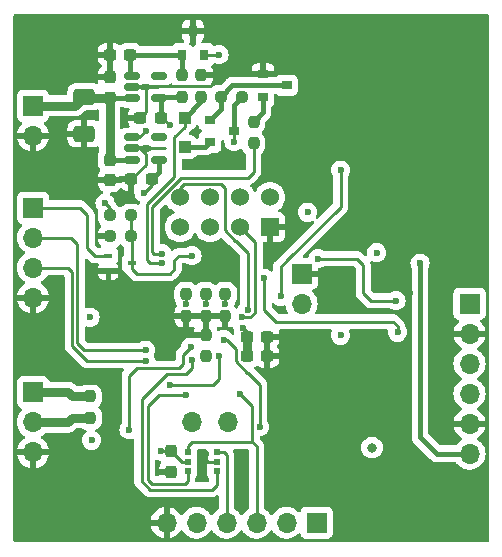
<source format=gbl>
G04 #@! TF.GenerationSoftware,KiCad,Pcbnew,7.0.11-2.fc39*
G04 #@! TF.CreationDate,2024-05-22T12:02:30+02:00*
G04 #@! TF.ProjectId,home_automation_module_std,686f6d65-5f61-4757-946f-6d6174696f6e,1.0*
G04 #@! TF.SameCoordinates,Original*
G04 #@! TF.FileFunction,Copper,L4,Bot*
G04 #@! TF.FilePolarity,Positive*
%FSLAX46Y46*%
G04 Gerber Fmt 4.6, Leading zero omitted, Abs format (unit mm)*
G04 Created by KiCad (PCBNEW 7.0.11-2.fc39) date 2024-05-22 12:02:30*
%MOMM*%
%LPD*%
G01*
G04 APERTURE LIST*
G04 Aperture macros list*
%AMRoundRect*
0 Rectangle with rounded corners*
0 $1 Rounding radius*
0 $2 $3 $4 $5 $6 $7 $8 $9 X,Y pos of 4 corners*
0 Add a 4 corners polygon primitive as box body*
4,1,4,$2,$3,$4,$5,$6,$7,$8,$9,$2,$3,0*
0 Add four circle primitives for the rounded corners*
1,1,$1+$1,$2,$3*
1,1,$1+$1,$4,$5*
1,1,$1+$1,$6,$7*
1,1,$1+$1,$8,$9*
0 Add four rect primitives between the rounded corners*
20,1,$1+$1,$2,$3,$4,$5,0*
20,1,$1+$1,$4,$5,$6,$7,0*
20,1,$1+$1,$6,$7,$8,$9,0*
20,1,$1+$1,$8,$9,$2,$3,0*%
G04 Aperture macros list end*
G04 #@! TA.AperFunction,ComponentPad*
%ADD10R,1.700000X1.700000*%
G04 #@! TD*
G04 #@! TA.AperFunction,ComponentPad*
%ADD11O,1.700000X1.700000*%
G04 #@! TD*
G04 #@! TA.AperFunction,SMDPad,CuDef*
%ADD12RoundRect,0.237500X-0.237500X0.250000X-0.237500X-0.250000X0.237500X-0.250000X0.237500X0.250000X0*%
G04 #@! TD*
G04 #@! TA.AperFunction,SMDPad,CuDef*
%ADD13R,0.900000X0.800000*%
G04 #@! TD*
G04 #@! TA.AperFunction,SMDPad,CuDef*
%ADD14RoundRect,0.237500X-0.300000X-0.237500X0.300000X-0.237500X0.300000X0.237500X-0.300000X0.237500X0*%
G04 #@! TD*
G04 #@! TA.AperFunction,SMDPad,CuDef*
%ADD15RoundRect,0.237500X-0.250000X-0.237500X0.250000X-0.237500X0.250000X0.237500X-0.250000X0.237500X0*%
G04 #@! TD*
G04 #@! TA.AperFunction,SMDPad,CuDef*
%ADD16RoundRect,0.237500X-0.237500X0.300000X-0.237500X-0.300000X0.237500X-0.300000X0.237500X0.300000X0*%
G04 #@! TD*
G04 #@! TA.AperFunction,SMDPad,CuDef*
%ADD17RoundRect,0.237500X0.300000X0.237500X-0.300000X0.237500X-0.300000X-0.237500X0.300000X-0.237500X0*%
G04 #@! TD*
G04 #@! TA.AperFunction,SMDPad,CuDef*
%ADD18R,0.600000X0.500000*%
G04 #@! TD*
G04 #@! TA.AperFunction,SMDPad,CuDef*
%ADD19RoundRect,0.237500X0.237500X-0.250000X0.237500X0.250000X-0.237500X0.250000X-0.237500X-0.250000X0*%
G04 #@! TD*
G04 #@! TA.AperFunction,ComponentPad*
%ADD20R,1.524000X1.524000*%
G04 #@! TD*
G04 #@! TA.AperFunction,ComponentPad*
%ADD21C,1.524000*%
G04 #@! TD*
G04 #@! TA.AperFunction,SMDPad,CuDef*
%ADD22RoundRect,0.150000X-0.512500X-0.150000X0.512500X-0.150000X0.512500X0.150000X-0.512500X0.150000X0*%
G04 #@! TD*
G04 #@! TA.AperFunction,SMDPad,CuDef*
%ADD23RoundRect,0.237500X0.250000X0.237500X-0.250000X0.237500X-0.250000X-0.237500X0.250000X-0.237500X0*%
G04 #@! TD*
G04 #@! TA.AperFunction,SMDPad,CuDef*
%ADD24R,0.700000X0.450000*%
G04 #@! TD*
G04 #@! TA.AperFunction,SMDPad,CuDef*
%ADD25R,0.800000X0.900000*%
G04 #@! TD*
G04 #@! TA.AperFunction,SMDPad,CuDef*
%ADD26RoundRect,0.250000X-0.650000X0.412500X-0.650000X-0.412500X0.650000X-0.412500X0.650000X0.412500X0*%
G04 #@! TD*
G04 #@! TA.AperFunction,SMDPad,CuDef*
%ADD27R,1.000000X1.000000*%
G04 #@! TD*
G04 #@! TA.AperFunction,SMDPad,CuDef*
%ADD28RoundRect,0.237500X0.237500X-0.300000X0.237500X0.300000X-0.237500X0.300000X-0.237500X-0.300000X0*%
G04 #@! TD*
G04 #@! TA.AperFunction,ViaPad*
%ADD29C,0.600000*%
G04 #@! TD*
G04 #@! TA.AperFunction,ViaPad*
%ADD30C,0.800000*%
G04 #@! TD*
G04 #@! TA.AperFunction,Conductor*
%ADD31C,0.381000*%
G04 #@! TD*
G04 #@! TA.AperFunction,Conductor*
%ADD32C,0.250000*%
G04 #@! TD*
G04 #@! TA.AperFunction,Conductor*
%ADD33C,0.762000*%
G04 #@! TD*
G04 APERTURE END LIST*
D10*
X120523000Y-66294000D03*
D11*
X120523000Y-68834000D03*
X120523000Y-71374000D03*
X120523000Y-73914000D03*
X120523000Y-76454000D03*
X120523000Y-78994000D03*
D10*
X107569000Y-84836000D03*
D11*
X105029000Y-84836000D03*
X102489000Y-84836000D03*
X99949000Y-84836000D03*
X97409000Y-84836000D03*
X94869000Y-84836000D03*
X100076000Y-76327000D03*
D10*
X83566000Y-73787000D03*
D11*
X83566000Y-76327000D03*
X83566000Y-78867000D03*
D10*
X83566000Y-58166000D03*
D11*
X83566000Y-60706000D03*
X83566000Y-63246000D03*
X83566000Y-65786000D03*
X97028000Y-76327000D03*
D10*
X106299000Y-63749000D03*
D11*
X106299000Y-66289000D03*
D10*
X83566000Y-49530000D03*
D11*
X83566000Y-52070000D03*
D12*
X98171000Y-65485000D03*
X98171000Y-67310000D03*
X88392000Y-74144500D03*
X88392000Y-75969500D03*
D13*
X103029000Y-48763000D03*
X103029000Y-46863000D03*
X105029000Y-47813000D03*
D14*
X101653000Y-69088000D03*
X103378000Y-69088000D03*
D15*
X90048786Y-60579000D03*
X91873786Y-60579000D03*
D16*
X90043000Y-54102000D03*
X90043000Y-55827000D03*
D12*
X96139000Y-46943000D03*
X96139000Y-48768000D03*
D17*
X94361000Y-50546000D03*
X92636000Y-50546000D03*
D18*
X99110800Y-78867000D03*
X99110800Y-79679800D03*
X99110800Y-80467200D03*
X96647000Y-80467200D03*
X96647000Y-79679800D03*
X96647000Y-78867000D03*
D19*
X97790000Y-48768000D03*
X97790000Y-46943000D03*
D20*
X103632000Y-59817000D03*
D21*
X103632000Y-57277000D03*
X101092000Y-59817000D03*
X101092000Y-57277000D03*
X98552000Y-59817000D03*
X98552000Y-57277000D03*
X96012000Y-59817000D03*
X96012000Y-57277000D03*
D22*
X91959000Y-54102000D03*
X91959000Y-53152000D03*
X91959000Y-52202000D03*
X94234000Y-52202000D03*
X94234000Y-54102000D03*
D17*
X91794500Y-45212000D03*
X90069500Y-45212000D03*
D14*
X101653000Y-70739000D03*
X103378000Y-70739000D03*
D13*
X98552000Y-52639000D03*
X98552000Y-50739000D03*
X100552000Y-51689000D03*
D23*
X91873786Y-58828000D03*
X90048786Y-58828000D03*
D12*
X102235000Y-50903500D03*
X102235000Y-52728500D03*
X99822000Y-65485000D03*
X99822000Y-67310000D03*
D24*
X89932000Y-63530000D03*
X89932000Y-62230000D03*
X91932000Y-62880000D03*
D25*
X98044000Y-45212000D03*
X96144000Y-45212000D03*
X97094000Y-43212000D03*
D22*
X91959000Y-48890000D03*
X91959000Y-47940000D03*
X91959000Y-46990000D03*
X94234000Y-46990000D03*
X94234000Y-48890000D03*
D26*
X87884000Y-48768000D03*
X87884000Y-51893000D03*
D23*
X101266000Y-48768000D03*
X99441000Y-48768000D03*
D27*
X96393000Y-50546000D03*
X96393000Y-53046000D03*
D28*
X90043000Y-48868500D03*
X90043000Y-47143500D03*
D19*
X98171000Y-70739000D03*
X98171000Y-68914000D03*
D12*
X96520000Y-65485000D03*
X96520000Y-67310000D03*
D17*
X93599000Y-55753000D03*
X91874000Y-55753000D03*
D16*
X95250000Y-78793000D03*
X95250000Y-80518000D03*
D29*
X96774000Y-68707000D03*
X117348000Y-76454000D03*
X117602000Y-72517000D03*
X121539000Y-42418000D03*
X98171000Y-78994000D03*
X115189000Y-85852000D03*
X115189000Y-49276000D03*
X115189000Y-69469000D03*
X121539000Y-49276000D03*
X82550000Y-70485000D03*
X108712000Y-42418000D03*
X90170000Y-75184000D03*
X82550000Y-42418000D03*
X115443000Y-65405000D03*
X101219000Y-81534000D03*
X104521000Y-66929000D03*
X121539000Y-85852000D03*
X95504000Y-42418000D03*
X121539000Y-55753000D03*
X101981000Y-42418000D03*
X109093000Y-74422000D03*
X82550000Y-85852000D03*
X99060000Y-61976000D03*
X115189000Y-42418000D03*
X99314000Y-54356000D03*
X89662000Y-65786000D03*
X85852000Y-47879000D03*
X104394000Y-54356000D03*
X91440000Y-80772000D03*
X121539000Y-60960000D03*
X112649000Y-75819000D03*
X91313000Y-50546000D03*
X108712000Y-49276000D03*
X111633000Y-61087000D03*
X89027000Y-42418000D03*
X115189000Y-55753000D03*
X88519000Y-55880000D03*
X95250000Y-80518000D03*
X116332000Y-79629000D03*
X115316000Y-60960000D03*
X97409000Y-51689000D03*
X89027000Y-85852000D03*
X101346000Y-68326000D03*
X95123000Y-51181000D03*
X88392000Y-67437000D03*
X94440131Y-78780000D03*
X100584000Y-52578000D03*
X97028000Y-62230000D03*
X112649000Y-61976000D03*
X89662000Y-57785000D03*
D30*
X112268000Y-78486000D03*
D29*
X109601000Y-68961000D03*
X106807000Y-58547000D03*
X93091000Y-51689000D03*
X92964000Y-56896000D03*
X88519000Y-77851000D03*
X99314000Y-45212000D03*
X116332000Y-62865000D03*
X96901000Y-69977000D03*
X91694000Y-76962000D03*
X99314000Y-70739000D03*
X95123000Y-73152000D03*
X109601000Y-54991000D03*
X104521000Y-65659000D03*
X114427000Y-68707000D03*
X103124000Y-64135000D03*
X94488000Y-62065497D03*
X94488000Y-62865000D03*
X99822000Y-66294000D03*
X98171000Y-66294000D03*
X96520000Y-66294000D03*
X107696000Y-62484000D03*
X114300000Y-66040000D03*
X99695000Y-69342000D03*
X102743000Y-76708000D03*
X98171000Y-70739000D03*
X101219000Y-67437000D03*
X101727000Y-66802000D03*
X96520000Y-74041000D03*
X93091000Y-70231000D03*
X93091000Y-71120000D03*
X97028000Y-71106261D03*
X101092000Y-73914000D03*
D31*
X116332000Y-62865000D02*
X116332000Y-77597000D01*
X116332000Y-77597000D02*
X117729000Y-78994000D01*
X117729000Y-78994000D02*
X120523000Y-78994000D01*
D32*
X102489000Y-84836000D02*
X102489000Y-78359000D01*
X102489000Y-78359000D02*
X102108000Y-77978000D01*
X99949000Y-84836000D02*
X99949000Y-79121000D01*
X99949000Y-79121000D02*
X99695000Y-78867000D01*
X99695000Y-78867000D02*
X99110800Y-78867000D01*
D33*
X83566000Y-76327000D02*
X86487000Y-76327000D01*
X86844500Y-75969500D02*
X88392000Y-75969500D01*
X86487000Y-76327000D02*
X86844500Y-75969500D01*
X83566000Y-73787000D02*
X86487000Y-73787000D01*
X86487000Y-73787000D02*
X86844500Y-74144500D01*
X86844500Y-74144500D02*
X88392000Y-74144500D01*
D32*
X83566000Y-63246000D02*
X86487000Y-63246000D01*
X86868000Y-63627000D02*
X86868000Y-69851396D01*
X86487000Y-63246000D02*
X86868000Y-63627000D01*
X86868000Y-69851396D02*
X88136604Y-71120000D01*
X88136604Y-71120000D02*
X93091000Y-71120000D01*
X83566000Y-60706000D02*
X86741000Y-60706000D01*
X86741000Y-60706000D02*
X87318000Y-61283000D01*
X87318000Y-61283000D02*
X87318000Y-69665000D01*
X87318000Y-69665000D02*
X87884000Y-70231000D01*
X87884000Y-70231000D02*
X93091000Y-70231000D01*
X83566000Y-58166000D02*
X87503000Y-58166000D01*
X87503000Y-58166000D02*
X88138000Y-58801000D01*
X88138000Y-58801000D02*
X88138000Y-61595000D01*
X88773000Y-62230000D02*
X89932000Y-62230000D01*
X88138000Y-61595000D02*
X88773000Y-62230000D01*
D33*
X83566000Y-49530000D02*
X87122000Y-49530000D01*
X87122000Y-49530000D02*
X87884000Y-48768000D01*
D32*
X94996000Y-47879000D02*
X98552000Y-47879000D01*
X93091000Y-54536000D02*
X93091000Y-53594000D01*
X98171000Y-79502000D02*
X98348800Y-79679800D01*
X91874000Y-55753000D02*
X93091000Y-54536000D01*
X99110800Y-79679800D02*
X98348800Y-79679800D01*
X93091000Y-50091000D02*
X93091000Y-48006000D01*
X92649000Y-53152000D02*
X91959000Y-53152000D01*
X93091000Y-53594000D02*
X92649000Y-53152000D01*
X98171000Y-78994000D02*
X98171000Y-79502000D01*
X92636000Y-50546000D02*
X93091000Y-50091000D01*
X101653000Y-68633000D02*
X101346000Y-68326000D01*
X96647000Y-79679800D02*
X96136800Y-79679800D01*
X94488000Y-50546000D02*
X95123000Y-51181000D01*
D31*
X94361000Y-50546000D02*
X94361000Y-49017000D01*
D32*
X101653000Y-69088000D02*
X101653000Y-68633000D01*
X94453131Y-78793000D02*
X94440131Y-78780000D01*
D31*
X94356000Y-48768000D02*
X94234000Y-48890000D01*
D32*
X96136800Y-79679800D02*
X95250000Y-78793000D01*
X100552000Y-51689000D02*
X100552000Y-52546000D01*
X95250000Y-78793000D02*
X94453131Y-78793000D01*
X100552000Y-52546000D02*
X100584000Y-52578000D01*
D31*
X94361000Y-49017000D02*
X94234000Y-48890000D01*
D32*
X94361000Y-50546000D02*
X94488000Y-50546000D01*
D31*
X100552000Y-51689000D02*
X100552000Y-49482000D01*
X96139000Y-48768000D02*
X94356000Y-48768000D01*
D33*
X101653000Y-69088000D02*
X101653000Y-70739000D01*
D31*
X100552000Y-49482000D02*
X101266000Y-48768000D01*
D32*
X91873786Y-60579000D02*
X91873786Y-58828000D01*
X95123000Y-63754000D02*
X92329000Y-63754000D01*
X95504000Y-63373000D02*
X95123000Y-63754000D01*
X91932000Y-60637214D02*
X91873786Y-60579000D01*
X91932000Y-62880000D02*
X91932000Y-60637214D01*
X95504000Y-62611000D02*
X95504000Y-63373000D01*
X91932000Y-63357000D02*
X91932000Y-62880000D01*
X92329000Y-63754000D02*
X91932000Y-63357000D01*
X95885000Y-62230000D02*
X95504000Y-62611000D01*
X97028000Y-62230000D02*
X95885000Y-62230000D01*
D31*
X91959000Y-48890000D02*
X90064500Y-48890000D01*
D33*
X90043000Y-48868500D02*
X87984500Y-48868500D01*
D32*
X90048786Y-58828000D02*
X90048786Y-58166000D01*
X89662000Y-57785000D02*
X89667786Y-57785000D01*
D31*
X91959000Y-54102000D02*
X90043000Y-54102000D01*
X90064500Y-48890000D02*
X90043000Y-48868500D01*
D33*
X90043000Y-54102000D02*
X90043000Y-48868500D01*
X87984500Y-48868500D02*
X87884000Y-48768000D01*
D32*
X89667786Y-57785000D02*
X90048786Y-58166000D01*
X91959000Y-52202000D02*
X92578000Y-52202000D01*
X91959000Y-52202000D02*
X92621499Y-52202000D01*
X92578000Y-52202000D02*
X93091000Y-51689000D01*
D31*
X94234000Y-55118000D02*
X94234000Y-54102000D01*
X93599000Y-55753000D02*
X94234000Y-55118000D01*
D32*
X93599000Y-55753000D02*
X93599000Y-56261000D01*
X93599000Y-56261000D02*
X92964000Y-56896000D01*
D31*
X91794500Y-45212000D02*
X96144000Y-45212000D01*
X91794500Y-46825500D02*
X91959000Y-46990000D01*
X91794500Y-45212000D02*
X91794500Y-46825500D01*
X96144000Y-45212000D02*
X96144000Y-46938000D01*
X96144000Y-46938000D02*
X96139000Y-46943000D01*
D32*
X99314000Y-45212000D02*
X98044000Y-45212000D01*
D31*
X103029000Y-50109500D02*
X102235000Y-50903500D01*
X103029000Y-48763000D02*
X103029000Y-50109500D01*
X100396000Y-47813000D02*
X99441000Y-48768000D01*
X105029000Y-47813000D02*
X100396000Y-47813000D01*
X99441000Y-48768000D02*
X99441000Y-49850000D01*
X99441000Y-49850000D02*
X98552000Y-50739000D01*
X98145000Y-53046000D02*
X98552000Y-52639000D01*
X96393000Y-53046000D02*
X98145000Y-53046000D01*
D32*
X96266000Y-70612000D02*
X96266000Y-70993000D01*
X91694000Y-76962000D02*
X91694000Y-72390000D01*
X92329000Y-71755000D02*
X95885000Y-71755000D01*
X96266000Y-71374000D02*
X96266000Y-70993000D01*
X96901000Y-69977000D02*
X96266000Y-70612000D01*
X95885000Y-71755000D02*
X96266000Y-71374000D01*
X91694000Y-72390000D02*
X92329000Y-71755000D01*
X99314000Y-70739000D02*
X99314000Y-72644000D01*
X98806000Y-73152000D02*
X95123000Y-73152000D01*
X99314000Y-72644000D02*
X98806000Y-73152000D01*
X104521000Y-63177000D02*
X105058000Y-62640000D01*
X105058000Y-62640000D02*
X109601000Y-58097000D01*
X104521000Y-65659000D02*
X104521000Y-63177000D01*
X109601000Y-58097000D02*
X109601000Y-54991000D01*
X104140000Y-67818000D02*
X114046000Y-67818000D01*
X103124000Y-66802000D02*
X104140000Y-67818000D01*
X114427000Y-68199000D02*
X114427000Y-68707000D01*
X114046000Y-67818000D02*
X114427000Y-68199000D01*
X103124000Y-64135000D02*
X103124000Y-66802000D01*
X101727000Y-55626000D02*
X102235000Y-55118000D01*
X93668000Y-61918000D02*
X93668000Y-58083748D01*
X93668000Y-58083748D02*
X96125749Y-55626000D01*
X102235000Y-55118000D02*
X102235000Y-52728500D01*
X94488000Y-62065497D02*
X93815497Y-62065497D01*
X96125749Y-55626000D02*
X101727000Y-55626000D01*
X93815497Y-62065497D02*
X93668000Y-61918000D01*
X96393000Y-51308000D02*
X96393000Y-50546000D01*
X93218000Y-57897352D02*
X95504000Y-55611353D01*
X93472000Y-62865000D02*
X93218000Y-62611000D01*
X94488000Y-62865000D02*
X93472000Y-62865000D01*
X93218000Y-62611000D02*
X93218000Y-57897352D01*
D31*
X97790000Y-48768000D02*
X97790000Y-49149000D01*
D32*
X95504000Y-55611353D02*
X95504000Y-52197000D01*
X95504000Y-52197000D02*
X96393000Y-51308000D01*
D31*
X97790000Y-49149000D02*
X96393000Y-50546000D01*
D32*
X99822000Y-65485000D02*
X99822000Y-66294000D01*
X98171000Y-65485000D02*
X98171000Y-66294000D01*
X96520000Y-65485000D02*
X96520000Y-66294000D01*
X112141000Y-66040000D02*
X114300000Y-66040000D01*
X110998000Y-62484000D02*
X111506000Y-62992000D01*
X111506000Y-65405000D02*
X112141000Y-66040000D01*
X111506000Y-62992000D02*
X111506000Y-65405000D01*
X107696000Y-62484000D02*
X110998000Y-62484000D01*
X101710424Y-72136000D02*
X100711000Y-71136576D01*
X99949000Y-69342000D02*
X99695000Y-69342000D01*
X100711000Y-70104000D02*
X99949000Y-69342000D01*
X100711000Y-71136576D02*
X100711000Y-70104000D01*
X102743000Y-73152000D02*
X101727000Y-72136000D01*
X101727000Y-72136000D02*
X101710424Y-72136000D01*
X102743000Y-76708000D02*
X102743000Y-73152000D01*
X102362000Y-66802000D02*
X102362000Y-61087000D01*
X102362000Y-67065305D02*
X102362000Y-66802000D01*
X101975884Y-67437000D02*
X102362000Y-67050884D01*
X101219000Y-67437000D02*
X101975884Y-67437000D01*
X102362000Y-61087000D02*
X101092000Y-59817000D01*
X102362000Y-67050884D02*
X102362000Y-66802000D01*
X100697749Y-60960000D02*
X99822000Y-60084251D01*
X99497000Y-56190000D02*
X96337000Y-56190000D01*
X101346000Y-61595000D02*
X100711000Y-60960000D01*
X101727000Y-66802000D02*
X101727000Y-65659000D01*
X99822000Y-60084251D02*
X99822000Y-56515000D01*
X101727000Y-66802000D02*
X101854000Y-66675000D01*
X99822000Y-56515000D02*
X99497000Y-56190000D01*
X96012000Y-56515000D02*
X96012000Y-57277000D01*
X101727000Y-61976000D02*
X101346000Y-61595000D01*
X101727000Y-65659000D02*
X101727000Y-61976000D01*
X100711000Y-60960000D02*
X100697749Y-60960000D01*
X96337000Y-56190000D02*
X96012000Y-56515000D01*
X96647000Y-81280000D02*
X96647000Y-80467200D01*
X96393000Y-81534000D02*
X96647000Y-81280000D01*
X93273500Y-81208500D02*
X93599000Y-81534000D01*
X93599000Y-81534000D02*
X96393000Y-81534000D01*
X96520000Y-74041000D02*
X94234000Y-74041000D01*
X94234000Y-74041000D02*
X93273500Y-75001500D01*
X93273500Y-75001500D02*
X93273500Y-81208500D01*
X92773500Y-81280000D02*
X92773500Y-81344896D01*
X97028000Y-71106261D02*
X97028000Y-71755000D01*
X92773500Y-78486000D02*
X92773500Y-81280000D01*
X93726000Y-82034000D02*
X98687000Y-82034000D01*
X98687000Y-82034000D02*
X99110800Y-81610200D01*
X93462604Y-82034000D02*
X93726000Y-82034000D01*
X97130887Y-71120000D02*
X97144626Y-71106261D01*
X96520000Y-72263000D02*
X94869000Y-72263000D01*
X99110800Y-81610200D02*
X99110800Y-80467200D01*
X92773500Y-74358500D02*
X92773500Y-78486000D01*
X92773500Y-81344896D02*
X93462604Y-82034000D01*
X94869000Y-72263000D02*
X92773500Y-74358500D01*
X97028000Y-71755000D02*
X96520000Y-72263000D01*
X97028000Y-77978000D02*
X96647000Y-78359000D01*
X102108000Y-74930000D02*
X102108000Y-77978000D01*
X96647000Y-78359000D02*
X96647000Y-78867000D01*
X102108000Y-77978000D02*
X97028000Y-77978000D01*
X101092000Y-73914000D02*
X102108000Y-74930000D01*
G04 #@! TA.AperFunction,Conductor*
G36*
X101797621Y-78631502D02*
G01*
X101844114Y-78685158D01*
X101855500Y-78737500D01*
X101855500Y-83559078D01*
X101835498Y-83627199D01*
X101789471Y-83669891D01*
X101743426Y-83694810D01*
X101743424Y-83694811D01*
X101565762Y-83833091D01*
X101413279Y-83998729D01*
X101324483Y-84134643D01*
X101270479Y-84180731D01*
X101200131Y-84190306D01*
X101135774Y-84160329D01*
X101113517Y-84134643D01*
X101024720Y-83998729D01*
X100895221Y-83858058D01*
X100872240Y-83833094D01*
X100872239Y-83833093D01*
X100872237Y-83833091D01*
X100752372Y-83739796D01*
X100694576Y-83694811D01*
X100666620Y-83679681D01*
X100648529Y-83669891D01*
X100598139Y-83619877D01*
X100582500Y-83559078D01*
X100582500Y-79204855D01*
X100584249Y-79189014D01*
X100583956Y-79188987D01*
X100584701Y-79181094D01*
X100584702Y-79181091D01*
X100582562Y-79113013D01*
X100582500Y-79109054D01*
X100582500Y-79081149D01*
X100582500Y-79081144D01*
X100581992Y-79077130D01*
X100581061Y-79065297D01*
X100579673Y-79021110D01*
X100574022Y-79001663D01*
X100570012Y-78982300D01*
X100567474Y-78962203D01*
X100551195Y-78921090D01*
X100547353Y-78909869D01*
X100535018Y-78867407D01*
X100524705Y-78849969D01*
X100516010Y-78832222D01*
X100508552Y-78813383D01*
X100507226Y-78811558D01*
X100506630Y-78809889D01*
X100504733Y-78806437D01*
X100505289Y-78806130D01*
X100483369Y-78744692D01*
X100499450Y-78675541D01*
X100550365Y-78626061D01*
X100609164Y-78611500D01*
X101729500Y-78611500D01*
X101797621Y-78631502D01*
G37*
G04 #@! TD.AperFunction*
G04 #@! TA.AperFunction,Conductor*
G36*
X98244421Y-78631502D02*
G01*
X98290914Y-78685158D01*
X98302300Y-78737500D01*
X98302300Y-79165649D01*
X98308809Y-79226195D01*
X98308811Y-79226201D01*
X98310260Y-79230086D01*
X98310490Y-79233304D01*
X98310623Y-79233867D01*
X98310531Y-79233888D01*
X98315323Y-79300902D01*
X98310262Y-79318138D01*
X98309306Y-79320700D01*
X98309305Y-79320703D01*
X98302800Y-79381202D01*
X98302800Y-79978397D01*
X98309306Y-80038900D01*
X98310376Y-80043429D01*
X98310377Y-80101367D01*
X98308810Y-80107997D01*
X98302300Y-80168550D01*
X98302300Y-80765849D01*
X98308809Y-80826396D01*
X98308811Y-80826404D01*
X98359910Y-80963402D01*
X98359910Y-80963403D01*
X98359911Y-80963404D01*
X98447539Y-81080461D01*
X98447541Y-81080462D01*
X98452168Y-81086643D01*
X98476979Y-81153163D01*
X98477300Y-81162153D01*
X98477300Y-81274500D01*
X98457298Y-81342621D01*
X98403642Y-81389114D01*
X98351300Y-81400500D01*
X97409366Y-81400500D01*
X97341245Y-81380498D01*
X97294752Y-81326842D01*
X97283925Y-81286357D01*
X97281059Y-81256036D01*
X97280500Y-81244179D01*
X97280500Y-81162153D01*
X97300502Y-81094032D01*
X97305632Y-81086643D01*
X97310258Y-81080463D01*
X97310261Y-81080461D01*
X97397889Y-80963404D01*
X97448989Y-80826401D01*
X97455500Y-80765838D01*
X97455500Y-80168562D01*
X97455473Y-80168315D01*
X97448989Y-80108001D01*
X97447685Y-80102480D01*
X97447685Y-80044520D01*
X97448987Y-80039006D01*
X97448989Y-80039001D01*
X97455500Y-79978438D01*
X97455500Y-79381162D01*
X97455499Y-79381150D01*
X97448990Y-79320603D01*
X97448989Y-79320600D01*
X97447810Y-79317439D01*
X97447622Y-79314815D01*
X97447177Y-79312932D01*
X97447482Y-79312859D01*
X97442741Y-79246624D01*
X97447810Y-79229361D01*
X97448989Y-79226201D01*
X97449831Y-79218375D01*
X97455499Y-79165649D01*
X97455500Y-79165632D01*
X97455500Y-78737500D01*
X97475502Y-78669379D01*
X97529158Y-78622886D01*
X97581500Y-78611500D01*
X98176300Y-78611500D01*
X98244421Y-78631502D01*
G37*
G04 #@! TD.AperFunction*
G04 #@! TA.AperFunction,Conductor*
G36*
X94080310Y-79511066D02*
G01*
X94080437Y-79510706D01*
X94087116Y-79513043D01*
X94259084Y-79573217D01*
X94318977Y-79579965D01*
X94384427Y-79607467D01*
X94424620Y-79665991D01*
X94426793Y-79736954D01*
X94412108Y-79771318D01*
X94332249Y-79900790D01*
X94277431Y-80066223D01*
X94277430Y-80066226D01*
X94267000Y-80168315D01*
X94267000Y-80264000D01*
X95378000Y-80264000D01*
X95446121Y-80284002D01*
X95492614Y-80337658D01*
X95504000Y-80390000D01*
X95504000Y-80646000D01*
X95483998Y-80714121D01*
X95430342Y-80760614D01*
X95378000Y-80772000D01*
X94267000Y-80772000D01*
X94267000Y-80774500D01*
X94246998Y-80842621D01*
X94193342Y-80889114D01*
X94141000Y-80900500D01*
X94033000Y-80900500D01*
X93964879Y-80880498D01*
X93918386Y-80826842D01*
X93907000Y-80774500D01*
X93907000Y-79626831D01*
X93927002Y-79558710D01*
X93980658Y-79512217D01*
X94050932Y-79502113D01*
X94080310Y-79511066D01*
G37*
G04 #@! TD.AperFunction*
G04 #@! TA.AperFunction,Conductor*
G36*
X94862579Y-57889239D02*
G01*
X94919415Y-57931786D01*
X94921760Y-57935025D01*
X95035016Y-58096772D01*
X95035020Y-58096777D01*
X95035023Y-58096781D01*
X95192219Y-58253977D01*
X95192222Y-58253979D01*
X95192227Y-58253983D01*
X95283349Y-58317787D01*
X95374323Y-58381488D01*
X95479460Y-58430514D01*
X95484373Y-58432805D01*
X95537658Y-58479722D01*
X95557119Y-58547999D01*
X95536577Y-58615959D01*
X95484373Y-58661195D01*
X95374323Y-58712512D01*
X95192222Y-58840020D01*
X95192216Y-58840025D01*
X95035025Y-58997216D01*
X95035020Y-58997222D01*
X94907512Y-59179323D01*
X94813561Y-59380801D01*
X94813560Y-59380804D01*
X94756022Y-59595537D01*
X94736647Y-59817000D01*
X94756022Y-60038463D01*
X94796552Y-60189723D01*
X94813559Y-60253193D01*
X94813561Y-60253199D01*
X94907511Y-60454675D01*
X94907512Y-60454677D01*
X95035016Y-60636772D01*
X95035020Y-60636777D01*
X95035023Y-60636781D01*
X95192219Y-60793977D01*
X95192222Y-60793979D01*
X95192227Y-60793983D01*
X95295341Y-60866184D01*
X95374323Y-60921488D01*
X95575804Y-61015440D01*
X95790537Y-61072978D01*
X96012000Y-61092353D01*
X96233463Y-61072978D01*
X96448196Y-61015440D01*
X96649677Y-60921488D01*
X96831781Y-60793977D01*
X96988977Y-60636781D01*
X97116488Y-60454677D01*
X97167805Y-60344626D01*
X97214722Y-60291342D01*
X97282999Y-60271881D01*
X97350959Y-60292423D01*
X97396195Y-60344627D01*
X97447511Y-60454675D01*
X97447512Y-60454677D01*
X97575016Y-60636772D01*
X97575020Y-60636777D01*
X97575023Y-60636781D01*
X97732219Y-60793977D01*
X97732222Y-60793979D01*
X97732227Y-60793983D01*
X97835341Y-60866184D01*
X97914323Y-60921488D01*
X98115804Y-61015440D01*
X98330537Y-61072978D01*
X98552000Y-61092353D01*
X98773463Y-61072978D01*
X98988196Y-61015440D01*
X99189677Y-60921488D01*
X99371781Y-60793977D01*
X99414707Y-60751049D01*
X99477015Y-60717026D01*
X99547831Y-60722089D01*
X99592896Y-60751051D01*
X100190501Y-61348656D01*
X100200471Y-61361100D01*
X100200699Y-61360913D01*
X100205750Y-61367019D01*
X100255398Y-61413641D01*
X100258243Y-61416399D01*
X100277972Y-61436129D01*
X100277973Y-61436130D01*
X100277977Y-61436133D01*
X100277979Y-61436135D01*
X100281184Y-61438621D01*
X100290191Y-61446314D01*
X100322428Y-61476586D01*
X100322431Y-61476587D01*
X100322434Y-61476590D01*
X100327269Y-61479248D01*
X100355663Y-61500567D01*
X101056595Y-62201499D01*
X101090621Y-62263811D01*
X101093500Y-62290594D01*
X101093500Y-66254262D01*
X101074187Y-66321298D01*
X100993958Y-66448981D01*
X100993957Y-66448984D01*
X100931446Y-66627632D01*
X100929562Y-66626973D01*
X100899702Y-66680341D01*
X100871797Y-66699926D01*
X100871968Y-66700198D01*
X100866647Y-66703540D01*
X100866208Y-66703849D01*
X100865987Y-66703955D01*
X100865316Y-66704377D01*
X100864822Y-66704516D01*
X100859616Y-66707024D01*
X100859176Y-66706111D01*
X100796993Y-66723677D01*
X100729081Y-66702976D01*
X100691047Y-66663831D01*
X100648262Y-66594466D01*
X100643710Y-66588709D01*
X100644740Y-66587894D01*
X100614381Y-66532298D01*
X100614639Y-66482102D01*
X100614424Y-66482078D01*
X100614649Y-66480075D01*
X100614663Y-66477468D01*
X100615211Y-66475062D01*
X100615217Y-66475047D01*
X100635616Y-66294000D01*
X100633626Y-66276341D01*
X100645875Y-66206411D01*
X100651593Y-66196087D01*
X100651594Y-66196086D01*
X100740209Y-66052420D01*
X100795062Y-65886881D01*
X100805500Y-65784713D01*
X100805499Y-65185288D01*
X100795062Y-65083119D01*
X100740209Y-64917580D01*
X100648658Y-64769154D01*
X100648657Y-64769153D01*
X100648652Y-64769147D01*
X100525352Y-64645847D01*
X100525346Y-64645842D01*
X100494954Y-64627096D01*
X100376920Y-64554291D01*
X100211381Y-64499438D01*
X100211379Y-64499437D01*
X100211377Y-64499437D01*
X100109221Y-64489000D01*
X99534787Y-64489000D01*
X99432619Y-64499437D01*
X99267079Y-64554291D01*
X99118653Y-64645842D01*
X99118647Y-64645847D01*
X99085595Y-64678900D01*
X99023283Y-64712926D01*
X98952468Y-64707861D01*
X98907405Y-64678900D01*
X98874352Y-64645847D01*
X98874346Y-64645842D01*
X98843954Y-64627096D01*
X98725920Y-64554291D01*
X98560381Y-64499438D01*
X98560379Y-64499437D01*
X98560377Y-64499437D01*
X98458221Y-64489000D01*
X97883787Y-64489000D01*
X97781619Y-64499437D01*
X97616079Y-64554291D01*
X97467653Y-64645842D01*
X97467647Y-64645847D01*
X97434595Y-64678900D01*
X97372283Y-64712926D01*
X97301468Y-64707861D01*
X97256405Y-64678900D01*
X97223352Y-64645847D01*
X97223346Y-64645842D01*
X97192954Y-64627096D01*
X97074920Y-64554291D01*
X96909381Y-64499438D01*
X96909379Y-64499437D01*
X96909377Y-64499437D01*
X96807221Y-64489000D01*
X96232787Y-64489000D01*
X96130619Y-64499437D01*
X95965079Y-64554291D01*
X95816653Y-64645842D01*
X95816647Y-64645847D01*
X95693347Y-64769147D01*
X95693342Y-64769153D01*
X95601791Y-64917580D01*
X95546937Y-65083122D01*
X95536500Y-65185278D01*
X95536500Y-65784712D01*
X95546937Y-65886880D01*
X95601791Y-66052420D01*
X95690406Y-66196086D01*
X95709143Y-66264565D01*
X95708373Y-66276335D01*
X95706384Y-66293994D01*
X95706384Y-66293997D01*
X95706384Y-66294000D01*
X95726783Y-66475047D01*
X95726784Y-66475049D01*
X95727339Y-66477481D01*
X95727239Y-66479095D01*
X95727576Y-66482078D01*
X95727053Y-66482136D01*
X95722994Y-66548344D01*
X95697661Y-66588211D01*
X95698290Y-66588709D01*
X95693737Y-66594466D01*
X95602248Y-66742792D01*
X95547431Y-66908223D01*
X95547430Y-66908226D01*
X95537000Y-67010315D01*
X95537000Y-67056000D01*
X96228333Y-67056000D01*
X96269946Y-67063070D01*
X96338953Y-67087217D01*
X96520000Y-67107616D01*
X96701047Y-67087217D01*
X96770053Y-67063070D01*
X96811667Y-67056000D01*
X97879333Y-67056000D01*
X97920946Y-67063070D01*
X97989953Y-67087217D01*
X98171000Y-67107616D01*
X98352047Y-67087217D01*
X98421053Y-67063070D01*
X98462667Y-67056000D01*
X99530333Y-67056000D01*
X99571946Y-67063070D01*
X99640953Y-67087217D01*
X99822000Y-67107616D01*
X99935896Y-67094782D01*
X100005823Y-67107031D01*
X100058032Y-67155143D01*
X100076000Y-67219990D01*
X100076000Y-68305500D01*
X100109185Y-68305500D01*
X100109184Y-68305499D01*
X100211273Y-68295069D01*
X100211285Y-68295067D01*
X100370018Y-68242468D01*
X100440972Y-68240027D01*
X100501983Y-68276335D01*
X100533678Y-68339864D01*
X100534857Y-68347956D01*
X100542885Y-68419198D01*
X100552783Y-68507047D01*
X100608704Y-68666862D01*
X100615122Y-68721281D01*
X100606999Y-68800793D01*
X100606837Y-68803982D01*
X100606674Y-68803973D01*
X100606674Y-68803977D01*
X100606609Y-68803970D01*
X100605757Y-68803927D01*
X100586998Y-68867818D01*
X100533342Y-68914311D01*
X100463068Y-68924415D01*
X100398488Y-68894921D01*
X100394760Y-68891559D01*
X100391361Y-68888368D01*
X100388504Y-68885599D01*
X100368777Y-68865871D01*
X100368773Y-68865867D01*
X100367393Y-68864796D01*
X100365568Y-68863381D01*
X100356555Y-68855683D01*
X100324321Y-68825414D01*
X100324318Y-68825412D01*
X100323145Y-68824560D01*
X100308116Y-68811724D01*
X100202281Y-68705889D01*
X100202280Y-68705888D01*
X100202278Y-68705886D01*
X100048018Y-68608958D01*
X100048015Y-68608957D01*
X99876050Y-68548784D01*
X99876049Y-68548783D01*
X99876047Y-68548783D01*
X99695000Y-68528384D01*
X99694998Y-68528384D01*
X99658509Y-68532495D01*
X99588577Y-68520245D01*
X99574945Y-68507682D01*
X99568577Y-68518547D01*
X99519940Y-68544470D01*
X99520632Y-68546446D01*
X99341985Y-68608956D01*
X99336588Y-68612348D01*
X99268266Y-68631652D01*
X99200354Y-68610955D01*
X99154411Y-68556827D01*
X99144206Y-68518465D01*
X99143567Y-68512218D01*
X99143567Y-68512214D01*
X99105986Y-68398803D01*
X99103545Y-68327848D01*
X99139853Y-68266838D01*
X99203382Y-68235143D01*
X99265223Y-68239566D01*
X99432714Y-68295067D01*
X99432726Y-68295069D01*
X99495039Y-68301436D01*
X99550443Y-68324042D01*
X99555308Y-68318191D01*
X99568000Y-68305499D01*
X99568000Y-67564000D01*
X98425000Y-67564000D01*
X98425000Y-69042000D01*
X98404998Y-69110121D01*
X98351342Y-69156614D01*
X98299000Y-69168000D01*
X97174113Y-69168000D01*
X97142386Y-69185323D01*
X97087566Y-69185042D01*
X97082051Y-69183783D01*
X96901000Y-69163384D01*
X96719953Y-69183783D01*
X96719950Y-69183783D01*
X96719949Y-69183784D01*
X96547984Y-69243957D01*
X96547981Y-69243958D01*
X96393720Y-69340887D01*
X96393718Y-69340888D01*
X96264888Y-69469718D01*
X96264887Y-69469720D01*
X96167958Y-69623981D01*
X96167957Y-69623984D01*
X96107784Y-69795947D01*
X96107781Y-69795961D01*
X96102768Y-69840452D01*
X96075264Y-69905904D01*
X96066656Y-69915437D01*
X95877336Y-70104757D01*
X95864901Y-70114720D01*
X95865089Y-70114947D01*
X95858982Y-70119999D01*
X95812370Y-70169635D01*
X95809620Y-70172473D01*
X95789863Y-70192231D01*
X95787374Y-70195439D01*
X95779688Y-70204436D01*
X95749418Y-70236673D01*
X95749411Y-70236683D01*
X95739651Y-70254435D01*
X95728803Y-70270950D01*
X95716386Y-70286958D01*
X95698824Y-70327540D01*
X95693604Y-70338195D01*
X95672305Y-70376939D01*
X95672303Y-70376944D01*
X95667267Y-70396559D01*
X95660864Y-70415262D01*
X95652819Y-70433852D01*
X95645901Y-70477525D01*
X95643495Y-70489142D01*
X95632500Y-70531968D01*
X95632500Y-70552223D01*
X95630949Y-70571933D01*
X95627780Y-70591942D01*
X95631941Y-70635961D01*
X95632500Y-70647819D01*
X95632500Y-70995500D01*
X95612498Y-71063621D01*
X95558842Y-71110114D01*
X95506500Y-71121500D01*
X94017385Y-71121500D01*
X93949264Y-71101498D01*
X93902771Y-71047842D01*
X93892178Y-71009611D01*
X93884217Y-70938953D01*
X93824043Y-70766985D01*
X93808680Y-70742536D01*
X93789375Y-70674216D01*
X93808681Y-70608463D01*
X93819062Y-70591942D01*
X93824043Y-70584015D01*
X93884217Y-70412047D01*
X93904616Y-70231000D01*
X93884217Y-70049953D01*
X93824043Y-69877985D01*
X93824041Y-69877982D01*
X93824041Y-69877981D01*
X93727112Y-69723720D01*
X93727111Y-69723718D01*
X93598281Y-69594888D01*
X93598279Y-69594887D01*
X93444018Y-69497958D01*
X93444015Y-69497957D01*
X93272050Y-69437784D01*
X93272049Y-69437783D01*
X93272047Y-69437783D01*
X93091000Y-69417384D01*
X92909953Y-69437783D01*
X92909950Y-69437783D01*
X92909949Y-69437784D01*
X92737984Y-69497957D01*
X92737982Y-69497958D01*
X92610299Y-69578187D01*
X92543263Y-69597500D01*
X88198595Y-69597500D01*
X88130474Y-69577498D01*
X88109499Y-69560595D01*
X87988404Y-69439499D01*
X87954379Y-69377187D01*
X87951500Y-69350404D01*
X87951500Y-68317010D01*
X87971502Y-68248889D01*
X88025158Y-68202396D01*
X88095432Y-68192292D01*
X88119106Y-68198078D01*
X88210953Y-68230217D01*
X88392000Y-68250616D01*
X88573047Y-68230217D01*
X88745015Y-68170043D01*
X88899281Y-68073111D01*
X89028111Y-67944281D01*
X89125043Y-67790015D01*
X89185217Y-67618047D01*
X89191307Y-67564000D01*
X95537000Y-67564000D01*
X95537000Y-67609684D01*
X95547430Y-67711773D01*
X95547431Y-67711776D01*
X95602248Y-67877207D01*
X95693737Y-68025533D01*
X95693742Y-68025539D01*
X95816960Y-68148757D01*
X95816966Y-68148762D01*
X95965292Y-68240251D01*
X96130723Y-68295068D01*
X96130726Y-68295069D01*
X96232815Y-68305499D01*
X96232815Y-68305500D01*
X96266000Y-68305500D01*
X96266000Y-67564000D01*
X96774000Y-67564000D01*
X96774000Y-68305500D01*
X96807185Y-68305500D01*
X96807184Y-68305499D01*
X96909273Y-68295069D01*
X96909285Y-68295067D01*
X97076776Y-68239566D01*
X97147731Y-68237125D01*
X97208741Y-68273433D01*
X97240436Y-68336962D01*
X97236014Y-68398802D01*
X97198431Y-68512219D01*
X97198430Y-68512226D01*
X97188000Y-68614315D01*
X97188000Y-68660000D01*
X97917000Y-68660000D01*
X97917000Y-67564000D01*
X96774000Y-67564000D01*
X96266000Y-67564000D01*
X95537000Y-67564000D01*
X89191307Y-67564000D01*
X89205616Y-67437000D01*
X89185217Y-67255953D01*
X89125043Y-67083985D01*
X89125041Y-67083982D01*
X89125041Y-67083981D01*
X89028112Y-66929720D01*
X89028111Y-66929718D01*
X88899281Y-66800888D01*
X88899279Y-66800887D01*
X88745018Y-66703958D01*
X88745015Y-66703957D01*
X88573050Y-66643784D01*
X88573049Y-66643783D01*
X88573047Y-66643783D01*
X88392000Y-66623384D01*
X88210953Y-66643783D01*
X88119112Y-66675919D01*
X88048210Y-66679537D01*
X87986605Y-66644248D01*
X87953859Y-66581255D01*
X87951500Y-66556989D01*
X87951500Y-63755000D01*
X89074000Y-63755000D01*
X89074000Y-63803597D01*
X89080505Y-63864093D01*
X89131555Y-64000964D01*
X89131555Y-64000965D01*
X89219095Y-64117904D01*
X89336034Y-64205444D01*
X89472906Y-64256494D01*
X89533402Y-64262999D01*
X89533415Y-64263000D01*
X89707000Y-64263000D01*
X89707000Y-63755000D01*
X90157000Y-63755000D01*
X90157000Y-64263000D01*
X90330585Y-64263000D01*
X90330597Y-64262999D01*
X90391093Y-64256494D01*
X90527964Y-64205444D01*
X90527965Y-64205444D01*
X90644904Y-64117904D01*
X90732444Y-64000965D01*
X90732444Y-64000964D01*
X90783494Y-63864093D01*
X90789999Y-63803597D01*
X90790000Y-63803585D01*
X90790000Y-63755000D01*
X90157000Y-63755000D01*
X89707000Y-63755000D01*
X89074000Y-63755000D01*
X87951500Y-63755000D01*
X87951500Y-62608594D01*
X87971502Y-62540473D01*
X88025158Y-62493980D01*
X88095432Y-62483876D01*
X88160012Y-62513370D01*
X88166595Y-62519499D01*
X88265753Y-62618657D01*
X88275720Y-62631097D01*
X88275947Y-62630910D01*
X88280999Y-62637017D01*
X88330666Y-62683657D01*
X88333510Y-62686414D01*
X88353230Y-62706134D01*
X88356416Y-62708605D01*
X88365447Y-62716318D01*
X88397678Y-62746585D01*
X88397682Y-62746588D01*
X88415430Y-62756345D01*
X88431957Y-62767201D01*
X88438619Y-62772369D01*
X88447960Y-62779614D01*
X88488539Y-62797174D01*
X88499187Y-62802391D01*
X88537934Y-62823692D01*
X88537936Y-62823693D01*
X88537940Y-62823695D01*
X88557562Y-62828733D01*
X88576263Y-62835135D01*
X88588814Y-62840567D01*
X88594852Y-62843180D01*
X88594853Y-62843180D01*
X88594855Y-62843181D01*
X88638530Y-62850098D01*
X88650141Y-62852502D01*
X88692970Y-62863500D01*
X88713224Y-62863500D01*
X88732934Y-62865051D01*
X88735141Y-62865400D01*
X88752943Y-62868220D01*
X88796961Y-62864058D01*
X88808819Y-62863500D01*
X89026216Y-62863500D01*
X89094337Y-62883502D01*
X89140830Y-62937158D01*
X89150934Y-63007432D01*
X89133391Y-63049767D01*
X89135875Y-63051124D01*
X89131555Y-63059035D01*
X89080505Y-63195906D01*
X89074000Y-63256402D01*
X89074000Y-63305000D01*
X90790000Y-63305000D01*
X90790000Y-63256414D01*
X90789999Y-63256402D01*
X90783494Y-63195906D01*
X90732444Y-63059035D01*
X90732444Y-63059034D01*
X90655257Y-62955925D01*
X90630446Y-62889405D01*
X90645537Y-62820031D01*
X90655248Y-62804919D01*
X90732889Y-62701204D01*
X90783989Y-62564201D01*
X90785968Y-62545799D01*
X90790499Y-62503649D01*
X90790500Y-62503632D01*
X90790500Y-61956367D01*
X90790499Y-61956350D01*
X90783990Y-61895803D01*
X90783988Y-61895795D01*
X90746375Y-61794953D01*
X90732889Y-61758796D01*
X90732888Y-61758794D01*
X90732887Y-61758792D01*
X90644387Y-61640571D01*
X90619576Y-61574051D01*
X90634667Y-61504677D01*
X90679108Y-61457821D01*
X90764319Y-61405262D01*
X90764325Y-61405257D01*
X90871837Y-61297746D01*
X90934149Y-61263720D01*
X91004964Y-61268785D01*
X91050027Y-61297746D01*
X91157933Y-61405652D01*
X91157939Y-61405657D01*
X91157940Y-61405658D01*
X91238649Y-61455440D01*
X91286125Y-61508224D01*
X91298500Y-61562679D01*
X91298500Y-62168959D01*
X91278498Y-62237080D01*
X91248010Y-62269826D01*
X91218738Y-62291738D01*
X91131112Y-62408792D01*
X91131110Y-62408797D01*
X91080011Y-62545795D01*
X91080009Y-62545803D01*
X91073500Y-62606350D01*
X91073500Y-63153649D01*
X91080009Y-63214196D01*
X91080011Y-63214204D01*
X91131110Y-63351202D01*
X91131112Y-63351207D01*
X91218738Y-63468261D01*
X91294770Y-63525177D01*
X91337317Y-63582012D01*
X91340257Y-63590889D01*
X91345982Y-63610593D01*
X91356294Y-63628031D01*
X91364988Y-63645779D01*
X91372444Y-63664609D01*
X91372450Y-63664620D01*
X91398432Y-63700381D01*
X91404949Y-63710301D01*
X91427458Y-63748362D01*
X91427459Y-63748363D01*
X91427461Y-63748366D01*
X91441779Y-63762684D01*
X91454617Y-63777714D01*
X91466526Y-63794104D01*
X91466530Y-63794109D01*
X91500592Y-63822287D01*
X91509373Y-63830277D01*
X91821757Y-64142662D01*
X91831719Y-64155096D01*
X91831946Y-64154909D01*
X91837000Y-64161018D01*
X91862965Y-64185401D01*
X91886650Y-64207642D01*
X91889494Y-64210399D01*
X91909223Y-64230129D01*
X91909224Y-64230130D01*
X91909228Y-64230133D01*
X91909230Y-64230135D01*
X91912435Y-64232621D01*
X91921442Y-64240314D01*
X91953679Y-64270586D01*
X91971428Y-64280343D01*
X91987953Y-64291198D01*
X92003959Y-64303614D01*
X92044542Y-64321175D01*
X92055193Y-64326393D01*
X92093940Y-64347695D01*
X92093948Y-64347697D01*
X92113558Y-64352732D01*
X92132267Y-64359137D01*
X92150855Y-64367181D01*
X92194530Y-64374098D01*
X92206141Y-64376502D01*
X92248970Y-64387500D01*
X92269224Y-64387500D01*
X92288934Y-64389051D01*
X92291141Y-64389400D01*
X92308943Y-64392220D01*
X92352961Y-64388058D01*
X92364819Y-64387500D01*
X95039147Y-64387500D01*
X95054988Y-64389249D01*
X95055016Y-64388956D01*
X95062902Y-64389700D01*
X95062909Y-64389702D01*
X95130986Y-64387562D01*
X95134945Y-64387500D01*
X95162851Y-64387500D01*
X95162856Y-64387500D01*
X95166867Y-64386992D01*
X95178699Y-64386061D01*
X95222889Y-64384673D01*
X95242347Y-64379019D01*
X95261694Y-64375013D01*
X95281797Y-64372474D01*
X95322910Y-64356195D01*
X95334130Y-64352353D01*
X95358913Y-64345154D01*
X95376591Y-64340019D01*
X95376595Y-64340017D01*
X95394026Y-64329708D01*
X95411780Y-64321009D01*
X95430617Y-64313552D01*
X95466392Y-64287558D01*
X95476298Y-64281051D01*
X95514362Y-64258542D01*
X95528685Y-64244218D01*
X95543724Y-64231374D01*
X95560107Y-64219472D01*
X95588303Y-64185386D01*
X95596272Y-64176630D01*
X95892657Y-63880245D01*
X95905092Y-63870284D01*
X95904905Y-63870057D01*
X95911016Y-63865001D01*
X95911015Y-63865001D01*
X95911018Y-63865000D01*
X95957676Y-63815312D01*
X95960367Y-63812535D01*
X95980134Y-63792770D01*
X95982617Y-63789567D01*
X95990308Y-63780562D01*
X96020586Y-63748321D01*
X96030345Y-63730567D01*
X96041197Y-63714046D01*
X96053613Y-63698041D01*
X96071168Y-63657470D01*
X96076392Y-63646808D01*
X96076958Y-63645779D01*
X96097695Y-63608060D01*
X96102733Y-63588435D01*
X96109138Y-63569730D01*
X96112297Y-63562430D01*
X96117181Y-63551145D01*
X96124096Y-63507476D01*
X96126503Y-63495856D01*
X96137498Y-63453036D01*
X96137500Y-63453028D01*
X96137500Y-63432769D01*
X96139051Y-63413058D01*
X96140809Y-63401957D01*
X96142219Y-63393057D01*
X96138059Y-63349045D01*
X96137500Y-63337188D01*
X96137500Y-62989500D01*
X96157502Y-62921379D01*
X96211158Y-62874886D01*
X96263500Y-62863500D01*
X96480263Y-62863500D01*
X96547299Y-62882813D01*
X96633789Y-62937158D01*
X96674985Y-62963043D01*
X96846953Y-63023217D01*
X97028000Y-63043616D01*
X97209047Y-63023217D01*
X97381015Y-62963043D01*
X97535281Y-62866111D01*
X97664111Y-62737281D01*
X97761043Y-62583015D01*
X97821217Y-62411047D01*
X97841616Y-62230000D01*
X97821217Y-62048953D01*
X97761043Y-61876985D01*
X97761041Y-61876982D01*
X97761041Y-61876981D01*
X97664112Y-61722720D01*
X97664111Y-61722718D01*
X97535281Y-61593888D01*
X97535279Y-61593887D01*
X97381018Y-61496958D01*
X97381015Y-61496957D01*
X97209050Y-61436784D01*
X97209049Y-61436783D01*
X97209047Y-61436783D01*
X97028000Y-61416384D01*
X96846953Y-61436783D01*
X96846950Y-61436783D01*
X96846949Y-61436784D01*
X96674984Y-61496957D01*
X96674982Y-61496958D01*
X96547299Y-61577187D01*
X96480263Y-61596500D01*
X95968849Y-61596500D01*
X95953010Y-61594751D01*
X95952983Y-61595045D01*
X95945091Y-61594299D01*
X95877033Y-61596438D01*
X95873075Y-61596500D01*
X95845144Y-61596500D01*
X95842957Y-61596776D01*
X95841111Y-61597009D01*
X95829304Y-61597937D01*
X95785110Y-61599326D01*
X95785105Y-61599327D01*
X95765660Y-61604977D01*
X95746302Y-61608986D01*
X95726207Y-61611524D01*
X95726205Y-61611525D01*
X95685083Y-61627805D01*
X95673859Y-61631647D01*
X95631410Y-61643980D01*
X95631404Y-61643982D01*
X95613966Y-61654295D01*
X95596220Y-61662989D01*
X95577381Y-61670448D01*
X95541614Y-61696434D01*
X95531698Y-61702948D01*
X95493636Y-61725458D01*
X95479307Y-61739787D01*
X95464281Y-61752620D01*
X95447895Y-61764526D01*
X95447887Y-61764533D01*
X95443551Y-61769774D01*
X95384714Y-61809507D01*
X95313736Y-61811123D01*
X95253152Y-61774108D01*
X95227545Y-61731066D01*
X95221043Y-61712482D01*
X95221041Y-61712479D01*
X95221041Y-61712478D01*
X95124112Y-61558217D01*
X95124111Y-61558215D01*
X94995281Y-61429385D01*
X94995279Y-61429384D01*
X94841018Y-61332455D01*
X94841015Y-61332454D01*
X94669050Y-61272281D01*
X94669049Y-61272280D01*
X94669047Y-61272280D01*
X94488000Y-61251881D01*
X94487999Y-61251881D01*
X94441607Y-61257108D01*
X94371675Y-61244858D01*
X94319467Y-61196745D01*
X94301500Y-61131900D01*
X94301500Y-58398342D01*
X94321502Y-58330221D01*
X94338405Y-58309247D01*
X94729452Y-57918200D01*
X94791764Y-57884174D01*
X94862579Y-57889239D01*
G37*
G04 #@! TD.AperFunction*
G04 #@! TA.AperFunction,Conductor*
G36*
X103966012Y-66247859D02*
G01*
X103972595Y-66253988D01*
X104013718Y-66295111D01*
X104013720Y-66295112D01*
X104167981Y-66392041D01*
X104167982Y-66392041D01*
X104167985Y-66392043D01*
X104339953Y-66452217D01*
X104521000Y-66472616D01*
X104702047Y-66452217D01*
X104789708Y-66421542D01*
X104860611Y-66417923D01*
X104922216Y-66453212D01*
X104953466Y-66509541D01*
X105009702Y-66731612D01*
X105009703Y-66731613D01*
X105009704Y-66731616D01*
X105095305Y-66926768D01*
X105100141Y-66937793D01*
X105133978Y-66989585D01*
X105154491Y-67057554D01*
X105135001Y-67125823D01*
X105081696Y-67172717D01*
X105028495Y-67184500D01*
X104454595Y-67184500D01*
X104386474Y-67164498D01*
X104365499Y-67147595D01*
X103794404Y-66576499D01*
X103760379Y-66514187D01*
X103757500Y-66487404D01*
X103757500Y-66343083D01*
X103777502Y-66274962D01*
X103831158Y-66228469D01*
X103901432Y-66218365D01*
X103966012Y-66247859D01*
G37*
G04 #@! TD.AperFunction*
G04 #@! TA.AperFunction,Conductor*
G36*
X99719012Y-52430715D02*
G01*
X99737368Y-52450430D01*
X99744139Y-52459475D01*
X99742542Y-52460669D01*
X99771031Y-52512840D01*
X99773118Y-52553727D01*
X99773011Y-52554680D01*
X99770384Y-52578000D01*
X99790783Y-52759047D01*
X99790783Y-52759049D01*
X99790784Y-52759050D01*
X99850957Y-52931015D01*
X99850958Y-52931018D01*
X99947887Y-53085279D01*
X99947888Y-53085281D01*
X100076718Y-53214111D01*
X100076720Y-53214112D01*
X100230981Y-53311041D01*
X100230982Y-53311041D01*
X100230985Y-53311043D01*
X100402953Y-53371217D01*
X100584000Y-53391616D01*
X100765047Y-53371217D01*
X100937015Y-53311043D01*
X101091281Y-53214111D01*
X101095854Y-53209537D01*
X101158162Y-53175511D01*
X101228978Y-53180572D01*
X101285816Y-53223116D01*
X101304555Y-53258995D01*
X101316791Y-53295920D01*
X101382408Y-53402301D01*
X101408342Y-53444346D01*
X101408347Y-53444352D01*
X101531647Y-53567652D01*
X101531653Y-53567657D01*
X101531654Y-53567658D01*
X101541645Y-53573821D01*
X101589124Y-53626605D01*
X101601500Y-53681062D01*
X101601500Y-54803405D01*
X101581498Y-54871526D01*
X101564595Y-54892500D01*
X101501500Y-54955595D01*
X101439188Y-54989621D01*
X101412405Y-54992500D01*
X96263500Y-54992500D01*
X96195379Y-54972498D01*
X96148886Y-54918842D01*
X96137500Y-54866500D01*
X96137500Y-54180500D01*
X96157502Y-54112379D01*
X96211158Y-54065886D01*
X96263500Y-54054500D01*
X96941632Y-54054500D01*
X96941638Y-54054500D01*
X96941645Y-54054499D01*
X96941649Y-54054499D01*
X97002196Y-54047990D01*
X97002199Y-54047989D01*
X97002201Y-54047989D01*
X97139204Y-53996889D01*
X97256261Y-53909261D01*
X97341429Y-53795491D01*
X97398265Y-53752944D01*
X97442297Y-53745000D01*
X98120077Y-53745000D01*
X98127684Y-53745230D01*
X98187515Y-53748849D01*
X98246488Y-53738040D01*
X98253982Y-53736900D01*
X98313510Y-53729673D01*
X98322765Y-53726162D01*
X98344741Y-53720036D01*
X98354483Y-53718251D01*
X98409157Y-53693643D01*
X98416151Y-53690746D01*
X98472227Y-53669480D01*
X98480382Y-53663849D01*
X98500252Y-53652644D01*
X98509275Y-53648584D01*
X98556486Y-53611596D01*
X98562568Y-53607120D01*
X98604481Y-53578190D01*
X98616636Y-53569802D01*
X98684061Y-53547568D01*
X98688209Y-53547500D01*
X99050632Y-53547500D01*
X99050638Y-53547500D01*
X99050645Y-53547499D01*
X99050649Y-53547499D01*
X99111196Y-53540990D01*
X99111199Y-53540989D01*
X99111201Y-53540989D01*
X99248204Y-53489889D01*
X99255302Y-53484576D01*
X99365261Y-53402261D01*
X99452887Y-53285207D01*
X99452887Y-53285206D01*
X99452889Y-53285204D01*
X99503989Y-53148201D01*
X99505906Y-53130377D01*
X99510499Y-53087649D01*
X99510500Y-53087632D01*
X99510500Y-52525939D01*
X99530502Y-52457818D01*
X99584158Y-52411325D01*
X99654432Y-52401221D01*
X99719012Y-52430715D01*
G37*
G04 #@! TD.AperFunction*
G04 #@! TA.AperFunction,Conductor*
G36*
X93306558Y-52874007D02*
G01*
X93308430Y-52871595D01*
X93314696Y-52876455D01*
X93457894Y-52961143D01*
X93457897Y-52961143D01*
X93457899Y-52961145D01*
X93617669Y-53007562D01*
X93654988Y-53010499D01*
X93654989Y-53010500D01*
X94744500Y-53010500D01*
X94812621Y-53030502D01*
X94859114Y-53084158D01*
X94870500Y-53136500D01*
X94870500Y-53167500D01*
X94850498Y-53235621D01*
X94796842Y-53282114D01*
X94744500Y-53293500D01*
X93654989Y-53293500D01*
X93617671Y-53296437D01*
X93617670Y-53296437D01*
X93457894Y-53342856D01*
X93314696Y-53427544D01*
X93308430Y-53432405D01*
X93306557Y-53429991D01*
X93256749Y-53457162D01*
X93185936Y-53452067D01*
X93129257Y-53409682D01*
X93126493Y-53406000D01*
X92876342Y-53406000D01*
X92812203Y-53388453D01*
X92735101Y-53342855D01*
X92649146Y-53317883D01*
X92575329Y-53296437D01*
X92538011Y-53293500D01*
X92538002Y-53293500D01*
X91831000Y-53293500D01*
X91762879Y-53273498D01*
X91716386Y-53219842D01*
X91705000Y-53167500D01*
X91705000Y-53136500D01*
X91725002Y-53068379D01*
X91778658Y-53021886D01*
X91831000Y-53010500D01*
X92538011Y-53010500D01*
X92538011Y-53010499D01*
X92575331Y-53007562D01*
X92735101Y-52961145D01*
X92812203Y-52915546D01*
X92876342Y-52898000D01*
X93126492Y-52898000D01*
X93129256Y-52894318D01*
X93186152Y-52851851D01*
X93256975Y-52846886D01*
X93306558Y-52874007D01*
G37*
G04 #@! TD.AperFunction*
G04 #@! TA.AperFunction,Conductor*
G36*
X97540541Y-51176821D02*
G01*
X97590744Y-51227024D01*
X97598211Y-51243376D01*
X97651110Y-51385203D01*
X97651112Y-51385207D01*
X97738738Y-51502261D01*
X97853448Y-51588132D01*
X97895995Y-51644968D01*
X97901059Y-51715784D01*
X97867034Y-51778096D01*
X97853448Y-51789868D01*
X97738738Y-51875738D01*
X97651112Y-51992792D01*
X97651110Y-51992797D01*
X97600011Y-52129795D01*
X97600009Y-52129803D01*
X97593500Y-52190350D01*
X97593500Y-52221000D01*
X97573498Y-52289121D01*
X97519842Y-52335614D01*
X97467500Y-52347000D01*
X97442297Y-52347000D01*
X97374176Y-52326998D01*
X97341429Y-52296509D01*
X97256261Y-52182738D01*
X97139207Y-52095112D01*
X97139202Y-52095110D01*
X97002204Y-52044011D01*
X97002196Y-52044009D01*
X96941649Y-52037500D01*
X96941638Y-52037500D01*
X96863594Y-52037500D01*
X96795473Y-52017498D01*
X96748980Y-51963842D01*
X96738876Y-51893568D01*
X96768370Y-51828988D01*
X96774492Y-51822411D01*
X96781653Y-51815249D01*
X96794097Y-51805283D01*
X96793908Y-51805054D01*
X96800012Y-51800003D01*
X96800018Y-51800000D01*
X96846662Y-51750327D01*
X96849352Y-51747551D01*
X96869135Y-51727770D01*
X96871614Y-51724573D01*
X96879311Y-51715559D01*
X96909586Y-51683321D01*
X96919346Y-51665565D01*
X96930195Y-51649050D01*
X96942614Y-51633041D01*
X96953716Y-51607384D01*
X96999124Y-51552808D01*
X97025313Y-51539368D01*
X97139204Y-51496889D01*
X97256261Y-51409261D01*
X97343889Y-51292204D01*
X97362102Y-51243373D01*
X97404647Y-51186541D01*
X97471167Y-51161730D01*
X97540541Y-51176821D01*
G37*
G04 #@! TD.AperFunction*
G04 #@! TA.AperFunction,Conductor*
G36*
X91122635Y-49613505D02*
G01*
X91182899Y-49649145D01*
X91342669Y-49695562D01*
X91379988Y-49698499D01*
X91379989Y-49698500D01*
X91610587Y-49698500D01*
X91678708Y-49718502D01*
X91725201Y-49772158D01*
X91735305Y-49842432D01*
X91717828Y-49890647D01*
X91655748Y-49991292D01*
X91600931Y-50156723D01*
X91600930Y-50156726D01*
X91590500Y-50258815D01*
X91590500Y-50292000D01*
X92764000Y-50292000D01*
X92832121Y-50312002D01*
X92878614Y-50365658D01*
X92890000Y-50418000D01*
X92890000Y-50674000D01*
X92869998Y-50742121D01*
X92816342Y-50788614D01*
X92764000Y-50800000D01*
X91590500Y-50800000D01*
X91590500Y-50833184D01*
X91600930Y-50935273D01*
X91600931Y-50935276D01*
X91655748Y-51100707D01*
X91717828Y-51201353D01*
X91736565Y-51269832D01*
X91715306Y-51337571D01*
X91660799Y-51383063D01*
X91610587Y-51393500D01*
X91379989Y-51393500D01*
X91342671Y-51396437D01*
X91342670Y-51396437D01*
X91182895Y-51442856D01*
X91122638Y-51478492D01*
X91053822Y-51495951D01*
X90986491Y-51473434D01*
X90942022Y-51418089D01*
X90932500Y-51370038D01*
X90932500Y-49721960D01*
X90952502Y-49653839D01*
X91006158Y-49607346D01*
X91076432Y-49597242D01*
X91122635Y-49613505D01*
G37*
G04 #@! TD.AperFunction*
G04 #@! TA.AperFunction,Conductor*
G36*
X95293958Y-47648567D02*
G01*
X95324575Y-47671080D01*
X95419900Y-47766405D01*
X95453926Y-47828717D01*
X95448861Y-47899532D01*
X95419901Y-47944595D01*
X95332399Y-48032096D01*
X95270090Y-48066120D01*
X95243306Y-48069000D01*
X94380923Y-48069000D01*
X94373316Y-48068770D01*
X94313482Y-48065150D01*
X94254520Y-48075956D01*
X94246998Y-48077101D01*
X94230821Y-48079065D01*
X94218339Y-48080581D01*
X94203152Y-48081500D01*
X93654989Y-48081500D01*
X93617671Y-48084437D01*
X93617670Y-48084437D01*
X93457894Y-48130856D01*
X93314696Y-48215544D01*
X93308430Y-48220405D01*
X93306557Y-48217991D01*
X93256749Y-48245162D01*
X93185936Y-48240067D01*
X93129257Y-48197682D01*
X93126493Y-48194000D01*
X92876342Y-48194000D01*
X92812203Y-48176453D01*
X92735101Y-48130855D01*
X92638032Y-48102654D01*
X92575329Y-48084437D01*
X92538011Y-48081500D01*
X92538002Y-48081500D01*
X91831000Y-48081500D01*
X91762879Y-48061498D01*
X91716386Y-48007842D01*
X91705000Y-47955500D01*
X91705000Y-47924500D01*
X91725002Y-47856379D01*
X91778658Y-47809886D01*
X91831000Y-47798500D01*
X92538011Y-47798500D01*
X92538011Y-47798499D01*
X92575331Y-47795562D01*
X92735101Y-47749145D01*
X92812203Y-47703546D01*
X92876342Y-47686000D01*
X93126492Y-47686000D01*
X93129256Y-47682318D01*
X93186152Y-47639851D01*
X93256975Y-47634886D01*
X93306558Y-47662007D01*
X93308430Y-47659595D01*
X93314696Y-47664455D01*
X93457894Y-47749143D01*
X93457897Y-47749143D01*
X93457899Y-47749145D01*
X93617669Y-47795562D01*
X93654988Y-47798499D01*
X93654989Y-47798500D01*
X93654998Y-47798500D01*
X94813011Y-47798500D01*
X94813011Y-47798499D01*
X94850331Y-47795562D01*
X95010101Y-47749145D01*
X95010103Y-47749143D01*
X95010105Y-47749143D01*
X95153300Y-47664457D01*
X95153299Y-47664457D01*
X95153307Y-47664453D01*
X95153313Y-47664446D01*
X95158250Y-47660618D01*
X95224335Y-47634669D01*
X95293958Y-47648567D01*
G37*
G04 #@! TD.AperFunction*
G04 #@! TA.AperFunction,Conductor*
G36*
X122123621Y-41803002D02*
G01*
X122170114Y-41856658D01*
X122181500Y-41909000D01*
X122181500Y-86368500D01*
X122161498Y-86436621D01*
X122107842Y-86483114D01*
X122055500Y-86494500D01*
X82033500Y-86494500D01*
X81965379Y-86474498D01*
X81918886Y-86420842D01*
X81907500Y-86368500D01*
X81907500Y-76327000D01*
X82202844Y-76327000D01*
X82213427Y-76454719D01*
X82221437Y-76551375D01*
X82276702Y-76769612D01*
X82276703Y-76769613D01*
X82276704Y-76769616D01*
X82358048Y-76955063D01*
X82367141Y-76975793D01*
X82490275Y-77164265D01*
X82490279Y-77164270D01*
X82575794Y-77257162D01*
X82629054Y-77315018D01*
X82642762Y-77329908D01*
X82661510Y-77344500D01*
X82820424Y-77468189D01*
X82854205Y-77486470D01*
X82904596Y-77536482D01*
X82919949Y-77605799D01*
X82895389Y-77672412D01*
X82854209Y-77708096D01*
X82820704Y-77726228D01*
X82820698Y-77726232D01*
X82643097Y-77864465D01*
X82490674Y-78030041D01*
X82367580Y-78218451D01*
X82277179Y-78424543D01*
X82277176Y-78424550D01*
X82229455Y-78612999D01*
X82229456Y-78613000D01*
X83134884Y-78613000D01*
X83106507Y-78657156D01*
X83066000Y-78795111D01*
X83066000Y-78938889D01*
X83106507Y-79076844D01*
X83134884Y-79121000D01*
X82229455Y-79121000D01*
X82277176Y-79309449D01*
X82277179Y-79309456D01*
X82367580Y-79515548D01*
X82490674Y-79703958D01*
X82643097Y-79869534D01*
X82820698Y-80007767D01*
X82820699Y-80007768D01*
X83018628Y-80114882D01*
X83018630Y-80114883D01*
X83231483Y-80187955D01*
X83231492Y-80187957D01*
X83312000Y-80201391D01*
X83312000Y-79300674D01*
X83423685Y-79351680D01*
X83530237Y-79367000D01*
X83601763Y-79367000D01*
X83708315Y-79351680D01*
X83820000Y-79300674D01*
X83820000Y-80201390D01*
X83900507Y-80187957D01*
X83900516Y-80187955D01*
X84113369Y-80114883D01*
X84113371Y-80114882D01*
X84311300Y-80007768D01*
X84311301Y-80007767D01*
X84488902Y-79869534D01*
X84641325Y-79703958D01*
X84764419Y-79515548D01*
X84854820Y-79309456D01*
X84854823Y-79309449D01*
X84902544Y-79121000D01*
X83997116Y-79121000D01*
X84025493Y-79076844D01*
X84066000Y-78938889D01*
X84066000Y-78795111D01*
X84025493Y-78657156D01*
X83997116Y-78613000D01*
X84902544Y-78613000D01*
X84902544Y-78612999D01*
X84854823Y-78424550D01*
X84854820Y-78424543D01*
X84764419Y-78218451D01*
X84641325Y-78030041D01*
X84488902Y-77864465D01*
X84311301Y-77726232D01*
X84311300Y-77726231D01*
X84277791Y-77708097D01*
X84227401Y-77658083D01*
X84212050Y-77588766D01*
X84236612Y-77522153D01*
X84277790Y-77486472D01*
X84311576Y-77468189D01*
X84489240Y-77329906D01*
X84556207Y-77257161D01*
X84617060Y-77220591D01*
X84648907Y-77216500D01*
X86407075Y-77216500D01*
X86426785Y-77218050D01*
X86440190Y-77220174D01*
X86506999Y-77216672D01*
X86513593Y-77216500D01*
X86533612Y-77216500D01*
X86533620Y-77216500D01*
X86553578Y-77214401D01*
X86560041Y-77213892D01*
X86626915Y-77210389D01*
X86640020Y-77206876D01*
X86659471Y-77203272D01*
X86672956Y-77201855D01*
X86672958Y-77201854D01*
X86672960Y-77201854D01*
X86736573Y-77181184D01*
X86742902Y-77179309D01*
X86769833Y-77172093D01*
X86807524Y-77161994D01*
X86819613Y-77155833D01*
X86837877Y-77148268D01*
X86850785Y-77144075D01*
X86850788Y-77144073D01*
X86850789Y-77144073D01*
X86868486Y-77133855D01*
X86908729Y-77110619D01*
X86914489Y-77107491D01*
X86974125Y-77077107D01*
X86984671Y-77068565D01*
X87000959Y-77057371D01*
X87012715Y-77050585D01*
X87012718Y-77050581D01*
X87012720Y-77050581D01*
X87062427Y-77005824D01*
X87067434Y-77001545D01*
X87083006Y-76988937D01*
X87097178Y-76974763D01*
X87101949Y-76970237D01*
X87107211Y-76965499D01*
X87151669Y-76925470D01*
X87159646Y-76914488D01*
X87172491Y-76899450D01*
X87176050Y-76895891D01*
X87238367Y-76861876D01*
X87265133Y-76859000D01*
X87734536Y-76859000D01*
X87800682Y-76877759D01*
X87837073Y-76900205D01*
X87837074Y-76900205D01*
X87837080Y-76900209D01*
X88002619Y-76955062D01*
X88002621Y-76955062D01*
X88002624Y-76955063D01*
X88009346Y-76956502D01*
X88009042Y-76957919D01*
X88067580Y-76981804D01*
X88108379Y-77039907D01*
X88111288Y-77110844D01*
X88075385Y-77172093D01*
X88056075Y-77187017D01*
X88011720Y-77214887D01*
X88011718Y-77214888D01*
X87882888Y-77343718D01*
X87882887Y-77343720D01*
X87785958Y-77497981D01*
X87785957Y-77497984D01*
X87728246Y-77662915D01*
X87725783Y-77669953D01*
X87705384Y-77851000D01*
X87725783Y-78032047D01*
X87725783Y-78032049D01*
X87725784Y-78032050D01*
X87785957Y-78204015D01*
X87785958Y-78204018D01*
X87882887Y-78358279D01*
X87882888Y-78358281D01*
X88011718Y-78487111D01*
X88011720Y-78487112D01*
X88165981Y-78584041D01*
X88165982Y-78584041D01*
X88165985Y-78584043D01*
X88337953Y-78644217D01*
X88519000Y-78664616D01*
X88700047Y-78644217D01*
X88872015Y-78584043D01*
X89026281Y-78487111D01*
X89155111Y-78358281D01*
X89252043Y-78204015D01*
X89312217Y-78032047D01*
X89332616Y-77851000D01*
X89312217Y-77669953D01*
X89252043Y-77497985D01*
X89252041Y-77497982D01*
X89252041Y-77497981D01*
X89155112Y-77343720D01*
X89155111Y-77343718D01*
X89026281Y-77214888D01*
X89026279Y-77214887D01*
X88897318Y-77133855D01*
X88850280Y-77080677D01*
X88839460Y-77010509D01*
X88868293Y-76945631D01*
X88924722Y-76907564D01*
X88946920Y-76900209D01*
X89095346Y-76808658D01*
X89218658Y-76685346D01*
X89310209Y-76536920D01*
X89365062Y-76371381D01*
X89375500Y-76269213D01*
X89375499Y-75669788D01*
X89365062Y-75567619D01*
X89310209Y-75402080D01*
X89218658Y-75253654D01*
X89218657Y-75253653D01*
X89218652Y-75253647D01*
X89111100Y-75146095D01*
X89077074Y-75083783D01*
X89082139Y-75012968D01*
X89111100Y-74967905D01*
X89218652Y-74860352D01*
X89218658Y-74860346D01*
X89310209Y-74711920D01*
X89365062Y-74546381D01*
X89375500Y-74444213D01*
X89375499Y-73844788D01*
X89369442Y-73785500D01*
X89365062Y-73742619D01*
X89354767Y-73711551D01*
X89310209Y-73577080D01*
X89218658Y-73428654D01*
X89218657Y-73428653D01*
X89218652Y-73428647D01*
X89095352Y-73305347D01*
X89095346Y-73305342D01*
X89050838Y-73277889D01*
X88946920Y-73213791D01*
X88781381Y-73158938D01*
X88781379Y-73158937D01*
X88781377Y-73158937D01*
X88679221Y-73148500D01*
X88104787Y-73148500D01*
X88002619Y-73158937D01*
X87880181Y-73199509D01*
X87837080Y-73213791D01*
X87837078Y-73213791D01*
X87837078Y-73213792D01*
X87837073Y-73213794D01*
X87800682Y-73236241D01*
X87734536Y-73255000D01*
X87265133Y-73255000D01*
X87197012Y-73234998D01*
X87176038Y-73218095D01*
X87172488Y-73214545D01*
X87159646Y-73199509D01*
X87151669Y-73188530D01*
X87101938Y-73143751D01*
X87097154Y-73139210D01*
X87083013Y-73125069D01*
X87083007Y-73125064D01*
X87067449Y-73112465D01*
X87062434Y-73108182D01*
X87055842Y-73102247D01*
X87012715Y-73063415D01*
X87000961Y-73056629D01*
X86984667Y-73045430D01*
X86974123Y-73036891D01*
X86914520Y-73006523D01*
X86908739Y-73003385D01*
X86850785Y-72969925D01*
X86837872Y-72965729D01*
X86819613Y-72958165D01*
X86807524Y-72952006D01*
X86807521Y-72952005D01*
X86742906Y-72934691D01*
X86736582Y-72932818D01*
X86672957Y-72912144D01*
X86659463Y-72910726D01*
X86640033Y-72907125D01*
X86626919Y-72903611D01*
X86626908Y-72903610D01*
X86560112Y-72900110D01*
X86553534Y-72899593D01*
X86533623Y-72897500D01*
X86533620Y-72897500D01*
X86513593Y-72897500D01*
X86506999Y-72897327D01*
X86504793Y-72897211D01*
X86440191Y-72893825D01*
X86426786Y-72895949D01*
X86407075Y-72897500D01*
X85031469Y-72897500D01*
X84963348Y-72877498D01*
X84916855Y-72823842D01*
X84913422Y-72815556D01*
X84866889Y-72690796D01*
X84866886Y-72690792D01*
X84866886Y-72690791D01*
X84779261Y-72573738D01*
X84662207Y-72486112D01*
X84662202Y-72486110D01*
X84525204Y-72435011D01*
X84525196Y-72435009D01*
X84464649Y-72428500D01*
X84464638Y-72428500D01*
X82667362Y-72428500D01*
X82667350Y-72428500D01*
X82606803Y-72435009D01*
X82606795Y-72435011D01*
X82469797Y-72486110D01*
X82469792Y-72486112D01*
X82352738Y-72573738D01*
X82265112Y-72690792D01*
X82265110Y-72690797D01*
X82214011Y-72827795D01*
X82214009Y-72827803D01*
X82207500Y-72888350D01*
X82207500Y-74685649D01*
X82214009Y-74746196D01*
X82214011Y-74746204D01*
X82265110Y-74883202D01*
X82265112Y-74883207D01*
X82352738Y-75000261D01*
X82469791Y-75087886D01*
X82469792Y-75087886D01*
X82469796Y-75087889D01*
X82584810Y-75130787D01*
X82641642Y-75173332D01*
X82666453Y-75239852D01*
X82651362Y-75309226D01*
X82633475Y-75334179D01*
X82490280Y-75489729D01*
X82490275Y-75489734D01*
X82367141Y-75678206D01*
X82276703Y-75884386D01*
X82276702Y-75884387D01*
X82221437Y-76102624D01*
X82221436Y-76102630D01*
X82221436Y-76102632D01*
X82202844Y-76327000D01*
X81907500Y-76327000D01*
X81907500Y-63246000D01*
X82202844Y-63246000D01*
X82221261Y-63468261D01*
X82221437Y-63470375D01*
X82276702Y-63688612D01*
X82276703Y-63688613D01*
X82276704Y-63688616D01*
X82309193Y-63762684D01*
X82367141Y-63894793D01*
X82490275Y-64083265D01*
X82490279Y-64083270D01*
X82642762Y-64248908D01*
X82670614Y-64270586D01*
X82820424Y-64387189D01*
X82854205Y-64405470D01*
X82904596Y-64455482D01*
X82919949Y-64524799D01*
X82895389Y-64591412D01*
X82854209Y-64627096D01*
X82820704Y-64645228D01*
X82820698Y-64645232D01*
X82643097Y-64783465D01*
X82490674Y-64949041D01*
X82367580Y-65137451D01*
X82277179Y-65343543D01*
X82277176Y-65343550D01*
X82229455Y-65531999D01*
X82229456Y-65532000D01*
X83134884Y-65532000D01*
X83106507Y-65576156D01*
X83066000Y-65714111D01*
X83066000Y-65857889D01*
X83106507Y-65995844D01*
X83134884Y-66040000D01*
X82229455Y-66040000D01*
X82277176Y-66228449D01*
X82277179Y-66228456D01*
X82367580Y-66434548D01*
X82490674Y-66622958D01*
X82643097Y-66788534D01*
X82820698Y-66926767D01*
X82820699Y-66926768D01*
X83018628Y-67033882D01*
X83018630Y-67033883D01*
X83231483Y-67106955D01*
X83231492Y-67106957D01*
X83312000Y-67120391D01*
X83312000Y-66219674D01*
X83423685Y-66270680D01*
X83530237Y-66286000D01*
X83601763Y-66286000D01*
X83708315Y-66270680D01*
X83820000Y-66219674D01*
X83820000Y-67120390D01*
X83900507Y-67106957D01*
X83900516Y-67106955D01*
X84113369Y-67033883D01*
X84113371Y-67033882D01*
X84311300Y-66926768D01*
X84311301Y-66926767D01*
X84488902Y-66788534D01*
X84641325Y-66622958D01*
X84764419Y-66434548D01*
X84854820Y-66228456D01*
X84854823Y-66228449D01*
X84902544Y-66040000D01*
X83997116Y-66040000D01*
X84025493Y-65995844D01*
X84066000Y-65857889D01*
X84066000Y-65714111D01*
X84025493Y-65576156D01*
X83997116Y-65532000D01*
X84902544Y-65532000D01*
X84902544Y-65531999D01*
X84854823Y-65343550D01*
X84854820Y-65343543D01*
X84764419Y-65137451D01*
X84641325Y-64949041D01*
X84488902Y-64783465D01*
X84311301Y-64645232D01*
X84311300Y-64645231D01*
X84277791Y-64627097D01*
X84227401Y-64577083D01*
X84212050Y-64507766D01*
X84236612Y-64441153D01*
X84277790Y-64405472D01*
X84311576Y-64387189D01*
X84489240Y-64248906D01*
X84641722Y-64083268D01*
X84643989Y-64079798D01*
X84737555Y-63936585D01*
X84791558Y-63890496D01*
X84843038Y-63879500D01*
X86108500Y-63879500D01*
X86176621Y-63899502D01*
X86223114Y-63953158D01*
X86234500Y-64005500D01*
X86234500Y-69767542D01*
X86232751Y-69783384D01*
X86233044Y-69783412D01*
X86232298Y-69791303D01*
X86234438Y-69859380D01*
X86234500Y-69863339D01*
X86234500Y-69891247D01*
X86234501Y-69891265D01*
X86235007Y-69895273D01*
X86235937Y-69907092D01*
X86237326Y-69951284D01*
X86237327Y-69951289D01*
X86242977Y-69970735D01*
X86246986Y-69990093D01*
X86249525Y-70010189D01*
X86249526Y-70010196D01*
X86265800Y-70051299D01*
X86269644Y-70062525D01*
X86281982Y-70104989D01*
X86292294Y-70122427D01*
X86300988Y-70140175D01*
X86308444Y-70159005D01*
X86308450Y-70159016D01*
X86334432Y-70194777D01*
X86340949Y-70204697D01*
X86363458Y-70242758D01*
X86363459Y-70242759D01*
X86363461Y-70242762D01*
X86377779Y-70257080D01*
X86390617Y-70272110D01*
X86400156Y-70285239D01*
X86401405Y-70286958D01*
X86402526Y-70288500D01*
X86402530Y-70288505D01*
X86436598Y-70316688D01*
X86445378Y-70324678D01*
X87629359Y-71508660D01*
X87639324Y-71521097D01*
X87639551Y-71520910D01*
X87644603Y-71527017D01*
X87694254Y-71573642D01*
X87697098Y-71576399D01*
X87716827Y-71596129D01*
X87716828Y-71596130D01*
X87716832Y-71596133D01*
X87716834Y-71596135D01*
X87720039Y-71598621D01*
X87729046Y-71606314D01*
X87761283Y-71636586D01*
X87779032Y-71646343D01*
X87795557Y-71657198D01*
X87811563Y-71669614D01*
X87852146Y-71687175D01*
X87862797Y-71692393D01*
X87901544Y-71713695D01*
X87901552Y-71713697D01*
X87921162Y-71718732D01*
X87939871Y-71725137D01*
X87958459Y-71733181D01*
X88002134Y-71740098D01*
X88013745Y-71742502D01*
X88056574Y-71753500D01*
X88076828Y-71753500D01*
X88096538Y-71755051D01*
X88098745Y-71755400D01*
X88116547Y-71758220D01*
X88160565Y-71754058D01*
X88172423Y-71753500D01*
X91130404Y-71753500D01*
X91198525Y-71773502D01*
X91245018Y-71827158D01*
X91255122Y-71897432D01*
X91225628Y-71962012D01*
X91219499Y-71968595D01*
X91217866Y-71970227D01*
X91217864Y-71970229D01*
X91215374Y-71973439D01*
X91207688Y-71982436D01*
X91177418Y-72014673D01*
X91177411Y-72014683D01*
X91167651Y-72032435D01*
X91156803Y-72048950D01*
X91144386Y-72064958D01*
X91126824Y-72105540D01*
X91121604Y-72116195D01*
X91100305Y-72154939D01*
X91100303Y-72154944D01*
X91095267Y-72174559D01*
X91088864Y-72193262D01*
X91080819Y-72211852D01*
X91073901Y-72255525D01*
X91071495Y-72267142D01*
X91060500Y-72309968D01*
X91060500Y-72330223D01*
X91058949Y-72349933D01*
X91055780Y-72369943D01*
X91057534Y-72388500D01*
X91059941Y-72413961D01*
X91060500Y-72425819D01*
X91060500Y-76414262D01*
X91041187Y-76481298D01*
X90960958Y-76608981D01*
X90960957Y-76608984D01*
X90960957Y-76608985D01*
X90900783Y-76780953D01*
X90880384Y-76962000D01*
X90900783Y-77143047D01*
X90900783Y-77143049D01*
X90900784Y-77143050D01*
X90960957Y-77315015D01*
X90960958Y-77315018D01*
X91057887Y-77469279D01*
X91057888Y-77469281D01*
X91186718Y-77598111D01*
X91186720Y-77598112D01*
X91340981Y-77695041D01*
X91340982Y-77695041D01*
X91340985Y-77695043D01*
X91512953Y-77755217D01*
X91694000Y-77775616D01*
X91875047Y-77755217D01*
X91972385Y-77721156D01*
X92043289Y-77717537D01*
X92104894Y-77752827D01*
X92137641Y-77815820D01*
X92140000Y-77840086D01*
X92140000Y-81261042D01*
X92138251Y-81276884D01*
X92138544Y-81276912D01*
X92137798Y-81284803D01*
X92137798Y-81284805D01*
X92139778Y-81347795D01*
X92139938Y-81352880D01*
X92140000Y-81356839D01*
X92140000Y-81384747D01*
X92140001Y-81384765D01*
X92140507Y-81388773D01*
X92141437Y-81400592D01*
X92142826Y-81444784D01*
X92142827Y-81444789D01*
X92148477Y-81464235D01*
X92152486Y-81483593D01*
X92155025Y-81503689D01*
X92155026Y-81503696D01*
X92171300Y-81544799D01*
X92175144Y-81556025D01*
X92187482Y-81598489D01*
X92197794Y-81615927D01*
X92206488Y-81633675D01*
X92213944Y-81652505D01*
X92213950Y-81652516D01*
X92239932Y-81688277D01*
X92246449Y-81698197D01*
X92268958Y-81736258D01*
X92268959Y-81736259D01*
X92268961Y-81736262D01*
X92283279Y-81750580D01*
X92296117Y-81765610D01*
X92308026Y-81782000D01*
X92308030Y-81782005D01*
X92342098Y-81810188D01*
X92350878Y-81818178D01*
X92955357Y-82422657D01*
X92965324Y-82435097D01*
X92965551Y-82434910D01*
X92970603Y-82441017D01*
X93020270Y-82487657D01*
X93023114Y-82490414D01*
X93042830Y-82510131D01*
X93046027Y-82512611D01*
X93055048Y-82520316D01*
X93087283Y-82550586D01*
X93087284Y-82550586D01*
X93087286Y-82550588D01*
X93105033Y-82560344D01*
X93121563Y-82571202D01*
X93137563Y-82583613D01*
X93178140Y-82601172D01*
X93188791Y-82606390D01*
X93227544Y-82627695D01*
X93247166Y-82632733D01*
X93265867Y-82639135D01*
X93278418Y-82644567D01*
X93284456Y-82647180D01*
X93284457Y-82647180D01*
X93284459Y-82647181D01*
X93328134Y-82654098D01*
X93339745Y-82656502D01*
X93382574Y-82667500D01*
X93402828Y-82667500D01*
X93422538Y-82669051D01*
X93424745Y-82669400D01*
X93442547Y-82672220D01*
X93486565Y-82668058D01*
X93498423Y-82667500D01*
X93645970Y-82667500D01*
X98603147Y-82667500D01*
X98618988Y-82669249D01*
X98619016Y-82668956D01*
X98626902Y-82669700D01*
X98626909Y-82669702D01*
X98694986Y-82667562D01*
X98698945Y-82667500D01*
X98726851Y-82667500D01*
X98726856Y-82667500D01*
X98730867Y-82666992D01*
X98742699Y-82666061D01*
X98786889Y-82664673D01*
X98806347Y-82659019D01*
X98825694Y-82655013D01*
X98845797Y-82652474D01*
X98886910Y-82636195D01*
X98898130Y-82632353D01*
X98922913Y-82625154D01*
X98940591Y-82620019D01*
X98940595Y-82620017D01*
X98958026Y-82609708D01*
X98975780Y-82601009D01*
X98994617Y-82593552D01*
X99030392Y-82567558D01*
X99040298Y-82561051D01*
X99078362Y-82538542D01*
X99092685Y-82524218D01*
X99107722Y-82511376D01*
X99115441Y-82505768D01*
X99182309Y-82481910D01*
X99251460Y-82497992D01*
X99300939Y-82548907D01*
X99315500Y-82607705D01*
X99315500Y-83559078D01*
X99295498Y-83627199D01*
X99249471Y-83669891D01*
X99203426Y-83694810D01*
X99203424Y-83694811D01*
X99025762Y-83833091D01*
X98873279Y-83998729D01*
X98784483Y-84134643D01*
X98730479Y-84180731D01*
X98660131Y-84190306D01*
X98595774Y-84160329D01*
X98573517Y-84134643D01*
X98484720Y-83998729D01*
X98355221Y-83858058D01*
X98332240Y-83833094D01*
X98332239Y-83833093D01*
X98332237Y-83833091D01*
X98212372Y-83739796D01*
X98154576Y-83694811D01*
X97956574Y-83587658D01*
X97956572Y-83587657D01*
X97956571Y-83587656D01*
X97743639Y-83514557D01*
X97743630Y-83514555D01*
X97666029Y-83501606D01*
X97521569Y-83477500D01*
X97296431Y-83477500D01*
X97151971Y-83501606D01*
X97074369Y-83514555D01*
X97074360Y-83514557D01*
X96861428Y-83587656D01*
X96861426Y-83587658D01*
X96663426Y-83694810D01*
X96663424Y-83694811D01*
X96485762Y-83833091D01*
X96333279Y-83998729D01*
X96244183Y-84135101D01*
X96190179Y-84181189D01*
X96119831Y-84190764D01*
X96055474Y-84160786D01*
X96033217Y-84135100D01*
X95944327Y-83999044D01*
X95791902Y-83833465D01*
X95614301Y-83695232D01*
X95614300Y-83695231D01*
X95416371Y-83588117D01*
X95416369Y-83588116D01*
X95203512Y-83515043D01*
X95203501Y-83515040D01*
X95123000Y-83501606D01*
X95123000Y-84402325D01*
X95011315Y-84351320D01*
X94904763Y-84336000D01*
X94833237Y-84336000D01*
X94726685Y-84351320D01*
X94615000Y-84402325D01*
X94615000Y-83501607D01*
X94614999Y-83501606D01*
X94534498Y-83515040D01*
X94534487Y-83515043D01*
X94321630Y-83588116D01*
X94321628Y-83588117D01*
X94123699Y-83695231D01*
X94123698Y-83695232D01*
X93946097Y-83833465D01*
X93793674Y-83999041D01*
X93670580Y-84187451D01*
X93580179Y-84393543D01*
X93580176Y-84393550D01*
X93532455Y-84581999D01*
X93532456Y-84582000D01*
X94437884Y-84582000D01*
X94409507Y-84626156D01*
X94369000Y-84764111D01*
X94369000Y-84907889D01*
X94409507Y-85045844D01*
X94437884Y-85090000D01*
X93532455Y-85090000D01*
X93580176Y-85278449D01*
X93580179Y-85278456D01*
X93670580Y-85484548D01*
X93793674Y-85672958D01*
X93946097Y-85838534D01*
X94123698Y-85976767D01*
X94123699Y-85976768D01*
X94321628Y-86083882D01*
X94321630Y-86083883D01*
X94534483Y-86156955D01*
X94534492Y-86156957D01*
X94615000Y-86170391D01*
X94615000Y-85269674D01*
X94726685Y-85320680D01*
X94833237Y-85336000D01*
X94904763Y-85336000D01*
X95011315Y-85320680D01*
X95123000Y-85269674D01*
X95123000Y-86170390D01*
X95203507Y-86156957D01*
X95203516Y-86156955D01*
X95416369Y-86083883D01*
X95416371Y-86083882D01*
X95614300Y-85976768D01*
X95614301Y-85976767D01*
X95791902Y-85838534D01*
X95944327Y-85672955D01*
X96033217Y-85536899D01*
X96087220Y-85490810D01*
X96157568Y-85481235D01*
X96221925Y-85511212D01*
X96244183Y-85536898D01*
X96333279Y-85673270D01*
X96485762Y-85838908D01*
X96540331Y-85881381D01*
X96663424Y-85977189D01*
X96861426Y-86084342D01*
X96861427Y-86084342D01*
X96861428Y-86084343D01*
X96973227Y-86122723D01*
X97074365Y-86157444D01*
X97296431Y-86194500D01*
X97296435Y-86194500D01*
X97521565Y-86194500D01*
X97521569Y-86194500D01*
X97743635Y-86157444D01*
X97956574Y-86084342D01*
X98154576Y-85977189D01*
X98332240Y-85838906D01*
X98484722Y-85673268D01*
X98484927Y-85672955D01*
X98490115Y-85665012D01*
X98573518Y-85537354D01*
X98627520Y-85491268D01*
X98697868Y-85481692D01*
X98762225Y-85511669D01*
X98784480Y-85537353D01*
X98817607Y-85588058D01*
X98873275Y-85673265D01*
X98873279Y-85673270D01*
X99025762Y-85838908D01*
X99080331Y-85881381D01*
X99203424Y-85977189D01*
X99401426Y-86084342D01*
X99401427Y-86084342D01*
X99401428Y-86084343D01*
X99513227Y-86122723D01*
X99614365Y-86157444D01*
X99836431Y-86194500D01*
X99836435Y-86194500D01*
X100061565Y-86194500D01*
X100061569Y-86194500D01*
X100283635Y-86157444D01*
X100496574Y-86084342D01*
X100694576Y-85977189D01*
X100872240Y-85838906D01*
X101024722Y-85673268D01*
X101024927Y-85672955D01*
X101030115Y-85665012D01*
X101113518Y-85537354D01*
X101167520Y-85491268D01*
X101237868Y-85481692D01*
X101302225Y-85511669D01*
X101324480Y-85537353D01*
X101357607Y-85588058D01*
X101413275Y-85673265D01*
X101413279Y-85673270D01*
X101565762Y-85838908D01*
X101620331Y-85881381D01*
X101743424Y-85977189D01*
X101941426Y-86084342D01*
X101941427Y-86084342D01*
X101941428Y-86084343D01*
X102053227Y-86122723D01*
X102154365Y-86157444D01*
X102376431Y-86194500D01*
X102376435Y-86194500D01*
X102601565Y-86194500D01*
X102601569Y-86194500D01*
X102823635Y-86157444D01*
X103036574Y-86084342D01*
X103234576Y-85977189D01*
X103412240Y-85838906D01*
X103564722Y-85673268D01*
X103564927Y-85672955D01*
X103570115Y-85665012D01*
X103653518Y-85537354D01*
X103707520Y-85491268D01*
X103777868Y-85481692D01*
X103842225Y-85511669D01*
X103864480Y-85537353D01*
X103897607Y-85588058D01*
X103953275Y-85673265D01*
X103953279Y-85673270D01*
X104105762Y-85838908D01*
X104160331Y-85881381D01*
X104283424Y-85977189D01*
X104481426Y-86084342D01*
X104481427Y-86084342D01*
X104481428Y-86084343D01*
X104593227Y-86122723D01*
X104694365Y-86157444D01*
X104916431Y-86194500D01*
X104916435Y-86194500D01*
X105141565Y-86194500D01*
X105141569Y-86194500D01*
X105363635Y-86157444D01*
X105576574Y-86084342D01*
X105774576Y-85977189D01*
X105952240Y-85838906D01*
X106013245Y-85772637D01*
X106074096Y-85736067D01*
X106145061Y-85738200D01*
X106203606Y-85778362D01*
X106224000Y-85813941D01*
X106268111Y-85932204D01*
X106268112Y-85932207D01*
X106355738Y-86049261D01*
X106472792Y-86136887D01*
X106472794Y-86136888D01*
X106472796Y-86136889D01*
X106526600Y-86156957D01*
X106609795Y-86187988D01*
X106609803Y-86187990D01*
X106670350Y-86194499D01*
X106670355Y-86194499D01*
X106670362Y-86194500D01*
X106670368Y-86194500D01*
X108467632Y-86194500D01*
X108467638Y-86194500D01*
X108467645Y-86194499D01*
X108467649Y-86194499D01*
X108528196Y-86187990D01*
X108528199Y-86187989D01*
X108528201Y-86187989D01*
X108665204Y-86136889D01*
X108735399Y-86084342D01*
X108782261Y-86049261D01*
X108869887Y-85932207D01*
X108869887Y-85932206D01*
X108869889Y-85932204D01*
X108920989Y-85795201D01*
X108922800Y-85778362D01*
X108927499Y-85734649D01*
X108927500Y-85734632D01*
X108927500Y-83937367D01*
X108927499Y-83937350D01*
X108920990Y-83876803D01*
X108920988Y-83876795D01*
X108869889Y-83739797D01*
X108869887Y-83739792D01*
X108782261Y-83622738D01*
X108665207Y-83535112D01*
X108665202Y-83535110D01*
X108528204Y-83484011D01*
X108528196Y-83484009D01*
X108467649Y-83477500D01*
X108467638Y-83477500D01*
X106670362Y-83477500D01*
X106670350Y-83477500D01*
X106609803Y-83484009D01*
X106609795Y-83484011D01*
X106472797Y-83535110D01*
X106472792Y-83535112D01*
X106355738Y-83622738D01*
X106268112Y-83739792D01*
X106268111Y-83739795D01*
X106224000Y-83858058D01*
X106181453Y-83914893D01*
X106114932Y-83939703D01*
X106045558Y-83924611D01*
X106013246Y-83899363D01*
X105952240Y-83833094D01*
X105952239Y-83833093D01*
X105952237Y-83833091D01*
X105832372Y-83739796D01*
X105774576Y-83694811D01*
X105576574Y-83587658D01*
X105576572Y-83587657D01*
X105576571Y-83587656D01*
X105363639Y-83514557D01*
X105363630Y-83514555D01*
X105286029Y-83501606D01*
X105141569Y-83477500D01*
X104916431Y-83477500D01*
X104771971Y-83501606D01*
X104694369Y-83514555D01*
X104694360Y-83514557D01*
X104481428Y-83587656D01*
X104481426Y-83587658D01*
X104283426Y-83694810D01*
X104283424Y-83694811D01*
X104105762Y-83833091D01*
X103953279Y-83998729D01*
X103864483Y-84134643D01*
X103810479Y-84180731D01*
X103740131Y-84190306D01*
X103675774Y-84160329D01*
X103653517Y-84134643D01*
X103564720Y-83998729D01*
X103435221Y-83858058D01*
X103412240Y-83833094D01*
X103412239Y-83833093D01*
X103412237Y-83833091D01*
X103292372Y-83739796D01*
X103234576Y-83694811D01*
X103206620Y-83679681D01*
X103188529Y-83669891D01*
X103138139Y-83619877D01*
X103122500Y-83559078D01*
X103122500Y-78486000D01*
X111354496Y-78486000D01*
X111374457Y-78675927D01*
X111391909Y-78729637D01*
X111433473Y-78857556D01*
X111461841Y-78906691D01*
X111528958Y-79022941D01*
X111528965Y-79022951D01*
X111656744Y-79164864D01*
X111689984Y-79189014D01*
X111811248Y-79277118D01*
X111985712Y-79354794D01*
X112172513Y-79394500D01*
X112363487Y-79394500D01*
X112550288Y-79354794D01*
X112724752Y-79277118D01*
X112879253Y-79164866D01*
X112927717Y-79111041D01*
X113007034Y-79022951D01*
X113007035Y-79022949D01*
X113007040Y-79022944D01*
X113102527Y-78857556D01*
X113161542Y-78675928D01*
X113181504Y-78486000D01*
X113161542Y-78296072D01*
X113102527Y-78114444D01*
X113007040Y-77949056D01*
X113007038Y-77949054D01*
X113007034Y-77949048D01*
X112879255Y-77807135D01*
X112724752Y-77694882D01*
X112550288Y-77617206D01*
X112363487Y-77577500D01*
X112172513Y-77577500D01*
X111985711Y-77617206D01*
X111811247Y-77694882D01*
X111656744Y-77807135D01*
X111528965Y-77949048D01*
X111528958Y-77949058D01*
X111433476Y-78114438D01*
X111433473Y-78114445D01*
X111374457Y-78296072D01*
X111354496Y-78486000D01*
X103122500Y-78486000D01*
X103122500Y-78442849D01*
X103124249Y-78427012D01*
X103123955Y-78426985D01*
X103124701Y-78419092D01*
X103122562Y-78351031D01*
X103122500Y-78347073D01*
X103122500Y-78319151D01*
X103122500Y-78319144D01*
X103121991Y-78315123D01*
X103121061Y-78303296D01*
X103120834Y-78296072D01*
X103119673Y-78259110D01*
X103114022Y-78239663D01*
X103110012Y-78220300D01*
X103107474Y-78200203D01*
X103091192Y-78159081D01*
X103087358Y-78147882D01*
X103075018Y-78105406D01*
X103064700Y-78087961D01*
X103056005Y-78070209D01*
X103048553Y-78051385D01*
X103048550Y-78051379D01*
X103022564Y-78015613D01*
X103016045Y-78005689D01*
X102993541Y-77967635D01*
X102979218Y-77953312D01*
X102966377Y-77938279D01*
X102962091Y-77932380D01*
X102954472Y-77921893D01*
X102949860Y-77918078D01*
X102920405Y-77893710D01*
X102911626Y-77885721D01*
X102778405Y-77752500D01*
X102744379Y-77690188D01*
X102741500Y-77663405D01*
X102741500Y-77634385D01*
X102761502Y-77566264D01*
X102815158Y-77519771D01*
X102853388Y-77509178D01*
X102924047Y-77501217D01*
X103096015Y-77441043D01*
X103250281Y-77344111D01*
X103379111Y-77215281D01*
X103476043Y-77061015D01*
X103536217Y-76889047D01*
X103556616Y-76708000D01*
X103536217Y-76526953D01*
X103476043Y-76354985D01*
X103476041Y-76354982D01*
X103476041Y-76354981D01*
X103395813Y-76227298D01*
X103376500Y-76160262D01*
X103376500Y-73235853D01*
X103378249Y-73220011D01*
X103377956Y-73219984D01*
X103378702Y-73212091D01*
X103376562Y-73144000D01*
X103376500Y-73140042D01*
X103376500Y-73112150D01*
X103376500Y-73112144D01*
X103375993Y-73108135D01*
X103375062Y-73096306D01*
X103373674Y-73052111D01*
X103368017Y-73032642D01*
X103364012Y-73013298D01*
X103361474Y-72993203D01*
X103345196Y-72952092D01*
X103341356Y-72940877D01*
X103329018Y-72898407D01*
X103318706Y-72880970D01*
X103310010Y-72863221D01*
X103302552Y-72844383D01*
X103276552Y-72808598D01*
X103270059Y-72798714D01*
X103247542Y-72760638D01*
X103233214Y-72746310D01*
X103220384Y-72731289D01*
X103208472Y-72714893D01*
X103208469Y-72714891D01*
X103208469Y-72714890D01*
X103174394Y-72686700D01*
X103165616Y-72678712D01*
X102304978Y-71818074D01*
X102270952Y-71755762D01*
X102276017Y-71684947D01*
X102318564Y-71628111D01*
X102327916Y-71621744D01*
X102418846Y-71565658D01*
X102426755Y-71557748D01*
X102489060Y-71523722D01*
X102559876Y-71528781D01*
X102604948Y-71557745D01*
X102612460Y-71565257D01*
X102612466Y-71565262D01*
X102760792Y-71656751D01*
X102926223Y-71711568D01*
X102926226Y-71711569D01*
X103028315Y-71721999D01*
X103028315Y-71722000D01*
X103124000Y-71722000D01*
X103124000Y-70993000D01*
X103632000Y-70993000D01*
X103632000Y-71722000D01*
X103727685Y-71722000D01*
X103727684Y-71721999D01*
X103829773Y-71711569D01*
X103829776Y-71711568D01*
X103995207Y-71656751D01*
X104143533Y-71565262D01*
X104143539Y-71565257D01*
X104266757Y-71442039D01*
X104266762Y-71442033D01*
X104358251Y-71293707D01*
X104413068Y-71128276D01*
X104413069Y-71128273D01*
X104423499Y-71026184D01*
X104423500Y-71026184D01*
X104423500Y-70993000D01*
X103632000Y-70993000D01*
X103124000Y-70993000D01*
X103124000Y-69342000D01*
X103632000Y-69342000D01*
X103632000Y-70485000D01*
X104423500Y-70485000D01*
X104423500Y-70451815D01*
X104413069Y-70349726D01*
X104413068Y-70349723D01*
X104358251Y-70184292D01*
X104266762Y-70035966D01*
X104233392Y-70002597D01*
X104199366Y-69940285D01*
X104204430Y-69869469D01*
X104233392Y-69824403D01*
X104266762Y-69791033D01*
X104358251Y-69642707D01*
X104413068Y-69477276D01*
X104413069Y-69477273D01*
X104423499Y-69375184D01*
X104423500Y-69375184D01*
X104423500Y-69342000D01*
X103632000Y-69342000D01*
X103124000Y-69342000D01*
X103124000Y-68960000D01*
X103144002Y-68891879D01*
X103197658Y-68845386D01*
X103250000Y-68834000D01*
X104423500Y-68834000D01*
X104423500Y-68800815D01*
X104413069Y-68698726D01*
X104413068Y-68698720D01*
X104386033Y-68617132D01*
X104383593Y-68546178D01*
X104419901Y-68485168D01*
X104483430Y-68453472D01*
X104505638Y-68451500D01*
X108745133Y-68451500D01*
X108813254Y-68471502D01*
X108859747Y-68525158D01*
X108869851Y-68595432D01*
X108864062Y-68619115D01*
X108833310Y-68707000D01*
X108807783Y-68779953D01*
X108787384Y-68961000D01*
X108807783Y-69142047D01*
X108807783Y-69142049D01*
X108807784Y-69142050D01*
X108867957Y-69314015D01*
X108867958Y-69314018D01*
X108964887Y-69468279D01*
X108964888Y-69468281D01*
X109093718Y-69597111D01*
X109093720Y-69597112D01*
X109247981Y-69694041D01*
X109247982Y-69694041D01*
X109247985Y-69694043D01*
X109419953Y-69754217D01*
X109601000Y-69774616D01*
X109782047Y-69754217D01*
X109954015Y-69694043D01*
X110108281Y-69597111D01*
X110237111Y-69468281D01*
X110334043Y-69314015D01*
X110394217Y-69142047D01*
X110414616Y-68961000D01*
X110394217Y-68779953D01*
X110352244Y-68660000D01*
X110337938Y-68619115D01*
X110334319Y-68548210D01*
X110369608Y-68486605D01*
X110432601Y-68453859D01*
X110456867Y-68451500D01*
X113501178Y-68451500D01*
X113569299Y-68471502D01*
X113615792Y-68525158D01*
X113626385Y-68591606D01*
X113616537Y-68679015D01*
X113613510Y-68705886D01*
X113613384Y-68707000D01*
X113633783Y-68888047D01*
X113633783Y-68888049D01*
X113633784Y-68888050D01*
X113693957Y-69060015D01*
X113693958Y-69060018D01*
X113790887Y-69214279D01*
X113790888Y-69214281D01*
X113919718Y-69343111D01*
X113919720Y-69343112D01*
X114073981Y-69440041D01*
X114073982Y-69440041D01*
X114073985Y-69440043D01*
X114245953Y-69500217D01*
X114427000Y-69520616D01*
X114608047Y-69500217D01*
X114780015Y-69440043D01*
X114934281Y-69343111D01*
X115063111Y-69214281D01*
X115160043Y-69060015D01*
X115220217Y-68888047D01*
X115240616Y-68707000D01*
X115220217Y-68525953D01*
X115160043Y-68353985D01*
X115160041Y-68353982D01*
X115160041Y-68353981D01*
X115079813Y-68226298D01*
X115061591Y-68163050D01*
X115060749Y-68163104D01*
X115060508Y-68159293D01*
X115060500Y-68159262D01*
X115060500Y-68159151D01*
X115060500Y-68159144D01*
X115059991Y-68155123D01*
X115059061Y-68143296D01*
X115057673Y-68099110D01*
X115052022Y-68079663D01*
X115048012Y-68060300D01*
X115047812Y-68058713D01*
X115045474Y-68040203D01*
X115029192Y-67999081D01*
X115025358Y-67987882D01*
X115013018Y-67945406D01*
X115002700Y-67927961D01*
X114994005Y-67910209D01*
X114986553Y-67891385D01*
X114986550Y-67891379D01*
X114960564Y-67855613D01*
X114954045Y-67845689D01*
X114931541Y-67807635D01*
X114917218Y-67793312D01*
X114904377Y-67778279D01*
X114892471Y-67761892D01*
X114858405Y-67733710D01*
X114849626Y-67725721D01*
X114553244Y-67429339D01*
X114543279Y-67416901D01*
X114543052Y-67417090D01*
X114538001Y-67410984D01*
X114538000Y-67410982D01*
X114488348Y-67364356D01*
X114485505Y-67361600D01*
X114465777Y-67341871D01*
X114465771Y-67341866D01*
X114462567Y-67339380D01*
X114453556Y-67331683D01*
X114421325Y-67301417D01*
X114421319Y-67301413D01*
X114403563Y-67291651D01*
X114387047Y-67280802D01*
X114371041Y-67268386D01*
X114330464Y-67250827D01*
X114319807Y-67245605D01*
X114281063Y-67224306D01*
X114281060Y-67224305D01*
X114261436Y-67219266D01*
X114242736Y-67212864D01*
X114224145Y-67204819D01*
X114224143Y-67204818D01*
X114224141Y-67204818D01*
X114180474Y-67197901D01*
X114168855Y-67195495D01*
X114126030Y-67184500D01*
X114105776Y-67184500D01*
X114086066Y-67182949D01*
X114066057Y-67179780D01*
X114022039Y-67183941D01*
X114010181Y-67184500D01*
X107569505Y-67184500D01*
X107501384Y-67164498D01*
X107454891Y-67110842D01*
X107444787Y-67040568D01*
X107464022Y-66989585D01*
X107480553Y-66964280D01*
X107497860Y-66937791D01*
X107588296Y-66731616D01*
X107643564Y-66513368D01*
X107662156Y-66289000D01*
X107643564Y-66064632D01*
X107643562Y-66064624D01*
X107588297Y-65846387D01*
X107588296Y-65846386D01*
X107588296Y-65846384D01*
X107497860Y-65640209D01*
X107482128Y-65616129D01*
X107374724Y-65451734D01*
X107374714Y-65451722D01*
X107231159Y-65295782D01*
X107199737Y-65232117D01*
X107207723Y-65161571D01*
X107252582Y-65106542D01*
X107279827Y-65092388D01*
X107394965Y-65049444D01*
X107511904Y-64961904D01*
X107599444Y-64844965D01*
X107599444Y-64844964D01*
X107650494Y-64708093D01*
X107656999Y-64647597D01*
X107657000Y-64647585D01*
X107657000Y-64003000D01*
X106730116Y-64003000D01*
X106758493Y-63958844D01*
X106799000Y-63820889D01*
X106799000Y-63677111D01*
X106758493Y-63539156D01*
X106730116Y-63495000D01*
X107657000Y-63495000D01*
X107657000Y-63414610D01*
X107677002Y-63346489D01*
X107730658Y-63299996D01*
X107768887Y-63289403D01*
X107877047Y-63277217D01*
X108049015Y-63217043D01*
X108117807Y-63173817D01*
X108176701Y-63136813D01*
X108243737Y-63117500D01*
X110683406Y-63117500D01*
X110751527Y-63137502D01*
X110772501Y-63154405D01*
X110835595Y-63217499D01*
X110869621Y-63279811D01*
X110872500Y-63306594D01*
X110872500Y-65321146D01*
X110870751Y-65336988D01*
X110871044Y-65337016D01*
X110870298Y-65344907D01*
X110872438Y-65412984D01*
X110872500Y-65416943D01*
X110872500Y-65444851D01*
X110872501Y-65444869D01*
X110873007Y-65448877D01*
X110873937Y-65460696D01*
X110875326Y-65504888D01*
X110875327Y-65504893D01*
X110880977Y-65524339D01*
X110884986Y-65543697D01*
X110887525Y-65563793D01*
X110887526Y-65563800D01*
X110903800Y-65604903D01*
X110907644Y-65616129D01*
X110919982Y-65658593D01*
X110930294Y-65676031D01*
X110938988Y-65693779D01*
X110946444Y-65712609D01*
X110946450Y-65712620D01*
X110972432Y-65748381D01*
X110978949Y-65758301D01*
X111001458Y-65796362D01*
X111001459Y-65796363D01*
X111001461Y-65796366D01*
X111015779Y-65810684D01*
X111028617Y-65825714D01*
X111040526Y-65842104D01*
X111040530Y-65842109D01*
X111074598Y-65870292D01*
X111083378Y-65878282D01*
X111633753Y-66428657D01*
X111643720Y-66441097D01*
X111643947Y-66440910D01*
X111648999Y-66447017D01*
X111649000Y-66447018D01*
X111686335Y-66482078D01*
X111698666Y-66493657D01*
X111701510Y-66496414D01*
X111721230Y-66516134D01*
X111724416Y-66518605D01*
X111733446Y-66526317D01*
X111747585Y-66539595D01*
X111765678Y-66556585D01*
X111765682Y-66556588D01*
X111783430Y-66566345D01*
X111799957Y-66577201D01*
X111813742Y-66587894D01*
X111815960Y-66589614D01*
X111856539Y-66607174D01*
X111867187Y-66612391D01*
X111905934Y-66633692D01*
X111905936Y-66633693D01*
X111905940Y-66633695D01*
X111925562Y-66638733D01*
X111944263Y-66645135D01*
X111956814Y-66650567D01*
X111962852Y-66653180D01*
X111962853Y-66653180D01*
X111962855Y-66653181D01*
X112006530Y-66660098D01*
X112018141Y-66662502D01*
X112060970Y-66673500D01*
X112081224Y-66673500D01*
X112100934Y-66675051D01*
X112103141Y-66675400D01*
X112120943Y-66678220D01*
X112164961Y-66674058D01*
X112176819Y-66673500D01*
X113752263Y-66673500D01*
X113819299Y-66692813D01*
X113881054Y-66731616D01*
X113946985Y-66773043D01*
X114118953Y-66833217D01*
X114300000Y-66853616D01*
X114481047Y-66833217D01*
X114653015Y-66773043D01*
X114807281Y-66676111D01*
X114936111Y-66547281D01*
X115033043Y-66393015D01*
X115093217Y-66221047D01*
X115113616Y-66040000D01*
X115093217Y-65858953D01*
X115033043Y-65686985D01*
X115033041Y-65686982D01*
X115033041Y-65686981D01*
X114936112Y-65532720D01*
X114936111Y-65532718D01*
X114807281Y-65403888D01*
X114807279Y-65403887D01*
X114653018Y-65306958D01*
X114653015Y-65306957D01*
X114481050Y-65246784D01*
X114481049Y-65246783D01*
X114481047Y-65246783D01*
X114300000Y-65226384D01*
X114118953Y-65246783D01*
X114118950Y-65246783D01*
X114118949Y-65246784D01*
X113946984Y-65306957D01*
X113946982Y-65306958D01*
X113819299Y-65387187D01*
X113752263Y-65406500D01*
X112455595Y-65406500D01*
X112387474Y-65386498D01*
X112366499Y-65369595D01*
X112176404Y-65179499D01*
X112142379Y-65117187D01*
X112139500Y-65090404D01*
X112139500Y-63075849D01*
X112141249Y-63060012D01*
X112140955Y-63059985D01*
X112141701Y-63052092D01*
X112139562Y-62984031D01*
X112139500Y-62980073D01*
X112139500Y-62952151D01*
X112139500Y-62952144D01*
X112138991Y-62948123D01*
X112138061Y-62936296D01*
X112136673Y-62892110D01*
X112131022Y-62872663D01*
X112129435Y-62865000D01*
X115518384Y-62865000D01*
X115538783Y-63046047D01*
X115538783Y-63046049D01*
X115538784Y-63046050D01*
X115598956Y-63218014D01*
X115613687Y-63241457D01*
X115633000Y-63308494D01*
X115633000Y-77572076D01*
X115632770Y-77579683D01*
X115629151Y-77639515D01*
X115639956Y-77698477D01*
X115641101Y-77706002D01*
X115648325Y-77765503D01*
X115648327Y-77765510D01*
X115651840Y-77774774D01*
X115657961Y-77796732D01*
X115659747Y-77806478D01*
X115659748Y-77806483D01*
X115684350Y-77861147D01*
X115687262Y-77868176D01*
X115708519Y-77924225D01*
X115708523Y-77924233D01*
X115714147Y-77932380D01*
X115725353Y-77952247D01*
X115729416Y-77961275D01*
X115766382Y-78008461D01*
X115770890Y-78014587D01*
X115804947Y-78063926D01*
X115849821Y-78103681D01*
X115855362Y-78108898D01*
X117217092Y-79470627D01*
X117222309Y-79476168D01*
X117262071Y-79521050D01*
X117262075Y-79521054D01*
X117289303Y-79539847D01*
X117311411Y-79555107D01*
X117317529Y-79559608D01*
X117364725Y-79596584D01*
X117373750Y-79600645D01*
X117393617Y-79611850D01*
X117401773Y-79617480D01*
X117457861Y-79638751D01*
X117464835Y-79641640D01*
X117519517Y-79666251D01*
X117529253Y-79668035D01*
X117551230Y-79674161D01*
X117560490Y-79677673D01*
X117620034Y-79684902D01*
X117627478Y-79686034D01*
X117686485Y-79696849D01*
X117746315Y-79693230D01*
X117753922Y-79693000D01*
X119288755Y-79693000D01*
X119356876Y-79713002D01*
X119394238Y-79750085D01*
X119447275Y-79831264D01*
X119447279Y-79831270D01*
X119599762Y-79996908D01*
X119613714Y-80007767D01*
X119777424Y-80135189D01*
X119975426Y-80242342D01*
X119975427Y-80242342D01*
X119975428Y-80242343D01*
X120087227Y-80280723D01*
X120188365Y-80315444D01*
X120410431Y-80352500D01*
X120410435Y-80352500D01*
X120635565Y-80352500D01*
X120635569Y-80352500D01*
X120857635Y-80315444D01*
X121070574Y-80242342D01*
X121268576Y-80135189D01*
X121446240Y-79996906D01*
X121598722Y-79831268D01*
X121721860Y-79642791D01*
X121812296Y-79436616D01*
X121867564Y-79218368D01*
X121886156Y-78994000D01*
X121867564Y-78769632D01*
X121843737Y-78675541D01*
X121812297Y-78551387D01*
X121812296Y-78551386D01*
X121812296Y-78551384D01*
X121721860Y-78345209D01*
X121715140Y-78334924D01*
X121598724Y-78156734D01*
X121598720Y-78156729D01*
X121479436Y-78027154D01*
X121446240Y-77991094D01*
X121446239Y-77991093D01*
X121446237Y-77991091D01*
X121360328Y-77924225D01*
X121268576Y-77852811D01*
X121234792Y-77834528D01*
X121184402Y-77784516D01*
X121169050Y-77715199D01*
X121193610Y-77648586D01*
X121234793Y-77612901D01*
X121268300Y-77594767D01*
X121268301Y-77594767D01*
X121445902Y-77456534D01*
X121598325Y-77290958D01*
X121721419Y-77102548D01*
X121811820Y-76896456D01*
X121811823Y-76896449D01*
X121859544Y-76708000D01*
X120954116Y-76708000D01*
X120982493Y-76663844D01*
X121023000Y-76525889D01*
X121023000Y-76382111D01*
X120982493Y-76244156D01*
X120954116Y-76200000D01*
X121859544Y-76200000D01*
X121859544Y-76199999D01*
X121811823Y-76011550D01*
X121811820Y-76011543D01*
X121721419Y-75805451D01*
X121598325Y-75617041D01*
X121445902Y-75451465D01*
X121268301Y-75313232D01*
X121268300Y-75313231D01*
X121234791Y-75295097D01*
X121184401Y-75245083D01*
X121169050Y-75175766D01*
X121193612Y-75109153D01*
X121234790Y-75073472D01*
X121268576Y-75055189D01*
X121446240Y-74916906D01*
X121598722Y-74751268D01*
X121721860Y-74562791D01*
X121812296Y-74356616D01*
X121867564Y-74138368D01*
X121886156Y-73914000D01*
X121867564Y-73689632D01*
X121859185Y-73656543D01*
X121812297Y-73471387D01*
X121812296Y-73471386D01*
X121812296Y-73471384D01*
X121721860Y-73265209D01*
X121666816Y-73180958D01*
X121598724Y-73076734D01*
X121598720Y-73076729D01*
X121467176Y-72933836D01*
X121446240Y-72911094D01*
X121446239Y-72911093D01*
X121446237Y-72911091D01*
X121339224Y-72827799D01*
X121268576Y-72772811D01*
X121235319Y-72754813D01*
X121184929Y-72704802D01*
X121169576Y-72635485D01*
X121194136Y-72568872D01*
X121235320Y-72533186D01*
X121268576Y-72515189D01*
X121446240Y-72376906D01*
X121598722Y-72211268D01*
X121721860Y-72022791D01*
X121812296Y-71816616D01*
X121867564Y-71598368D01*
X121886156Y-71374000D01*
X121867564Y-71149632D01*
X121830931Y-71004973D01*
X121812297Y-70931387D01*
X121812296Y-70931386D01*
X121812296Y-70931384D01*
X121721860Y-70725209D01*
X121671299Y-70647819D01*
X121598724Y-70536734D01*
X121598720Y-70536729D01*
X121451625Y-70376944D01*
X121446240Y-70371094D01*
X121446239Y-70371093D01*
X121446237Y-70371091D01*
X121340124Y-70288500D01*
X121268576Y-70232811D01*
X121234792Y-70214528D01*
X121184402Y-70164516D01*
X121169050Y-70095199D01*
X121193610Y-70028586D01*
X121234793Y-69992901D01*
X121268300Y-69974767D01*
X121268301Y-69974767D01*
X121445902Y-69836534D01*
X121598325Y-69670958D01*
X121721419Y-69482548D01*
X121811820Y-69276456D01*
X121811823Y-69276449D01*
X121859544Y-69088000D01*
X120954116Y-69088000D01*
X120982493Y-69043844D01*
X121023000Y-68905889D01*
X121023000Y-68762111D01*
X120982493Y-68624156D01*
X120954116Y-68580000D01*
X121859544Y-68580000D01*
X121859544Y-68579999D01*
X121811823Y-68391550D01*
X121811820Y-68391543D01*
X121721419Y-68185451D01*
X121598325Y-67997041D01*
X121455018Y-67841367D01*
X121423598Y-67777702D01*
X121431585Y-67707156D01*
X121476444Y-67652127D01*
X121503679Y-67637977D01*
X121619204Y-67594889D01*
X121736261Y-67507261D01*
X121794593Y-67429339D01*
X121823887Y-67390207D01*
X121823887Y-67390206D01*
X121823889Y-67390204D01*
X121874989Y-67253201D01*
X121875245Y-67250827D01*
X121881499Y-67192649D01*
X121881500Y-67192632D01*
X121881500Y-65395367D01*
X121881499Y-65395350D01*
X121874990Y-65334803D01*
X121874988Y-65334795D01*
X121823889Y-65197797D01*
X121823887Y-65197792D01*
X121736261Y-65080738D01*
X121619207Y-64993112D01*
X121619202Y-64993110D01*
X121482204Y-64942011D01*
X121482196Y-64942009D01*
X121421649Y-64935500D01*
X121421638Y-64935500D01*
X119624362Y-64935500D01*
X119624350Y-64935500D01*
X119563803Y-64942009D01*
X119563795Y-64942011D01*
X119426797Y-64993110D01*
X119426792Y-64993112D01*
X119309738Y-65080738D01*
X119222112Y-65197792D01*
X119222110Y-65197797D01*
X119171011Y-65334795D01*
X119171009Y-65334803D01*
X119164500Y-65395350D01*
X119164500Y-67192649D01*
X119171009Y-67253196D01*
X119171011Y-67253204D01*
X119222110Y-67390202D01*
X119222112Y-67390207D01*
X119309738Y-67507261D01*
X119426792Y-67594887D01*
X119426796Y-67594889D01*
X119542312Y-67637975D01*
X119599148Y-67680522D01*
X119623958Y-67747042D01*
X119608866Y-67816416D01*
X119590981Y-67841367D01*
X119447674Y-67997041D01*
X119324580Y-68185451D01*
X119234179Y-68391543D01*
X119234176Y-68391550D01*
X119186455Y-68579999D01*
X119186456Y-68580000D01*
X120091884Y-68580000D01*
X120063507Y-68624156D01*
X120023000Y-68762111D01*
X120023000Y-68905889D01*
X120063507Y-69043844D01*
X120091884Y-69088000D01*
X119186455Y-69088000D01*
X119234176Y-69276449D01*
X119234179Y-69276456D01*
X119324580Y-69482548D01*
X119447674Y-69670958D01*
X119600097Y-69836534D01*
X119777698Y-69974767D01*
X119777704Y-69974771D01*
X119811207Y-69992902D01*
X119861597Y-70042915D01*
X119876949Y-70112232D01*
X119852388Y-70178845D01*
X119811207Y-70214528D01*
X119777430Y-70232807D01*
X119777424Y-70232811D01*
X119599762Y-70371091D01*
X119447279Y-70536729D01*
X119447275Y-70536734D01*
X119324141Y-70725206D01*
X119233703Y-70931386D01*
X119233702Y-70931387D01*
X119178437Y-71149624D01*
X119178436Y-71149630D01*
X119178436Y-71149632D01*
X119159844Y-71374000D01*
X119178250Y-71596129D01*
X119178437Y-71598375D01*
X119233702Y-71816612D01*
X119233703Y-71816613D01*
X119233704Y-71816616D01*
X119320579Y-72014673D01*
X119324141Y-72022793D01*
X119447275Y-72211265D01*
X119447279Y-72211270D01*
X119599762Y-72376908D01*
X119626252Y-72397526D01*
X119777424Y-72515189D01*
X119810680Y-72533186D01*
X119861071Y-72583200D01*
X119876423Y-72652516D01*
X119851862Y-72719129D01*
X119810680Y-72754813D01*
X119777426Y-72772810D01*
X119777424Y-72772811D01*
X119599762Y-72911091D01*
X119447279Y-73076729D01*
X119447275Y-73076734D01*
X119324141Y-73265206D01*
X119233703Y-73471386D01*
X119233702Y-73471387D01*
X119178437Y-73689624D01*
X119178436Y-73689630D01*
X119178436Y-73689632D01*
X119159844Y-73914000D01*
X119174846Y-74095047D01*
X119178437Y-74138375D01*
X119233702Y-74356612D01*
X119233703Y-74356613D01*
X119233704Y-74356616D01*
X119318578Y-74550111D01*
X119324141Y-74562793D01*
X119447275Y-74751265D01*
X119447279Y-74751270D01*
X119599762Y-74916908D01*
X119639555Y-74947880D01*
X119777424Y-75055189D01*
X119811205Y-75073470D01*
X119861596Y-75123482D01*
X119876949Y-75192799D01*
X119852389Y-75259412D01*
X119811209Y-75295096D01*
X119777704Y-75313228D01*
X119777698Y-75313232D01*
X119600097Y-75451465D01*
X119447674Y-75617041D01*
X119324580Y-75805451D01*
X119234179Y-76011543D01*
X119234176Y-76011550D01*
X119186455Y-76199999D01*
X119186456Y-76200000D01*
X120091884Y-76200000D01*
X120063507Y-76244156D01*
X120023000Y-76382111D01*
X120023000Y-76525889D01*
X120063507Y-76663844D01*
X120091884Y-76708000D01*
X119186455Y-76708000D01*
X119234176Y-76896449D01*
X119234179Y-76896456D01*
X119324580Y-77102548D01*
X119447674Y-77290958D01*
X119600097Y-77456534D01*
X119777698Y-77594767D01*
X119777704Y-77594771D01*
X119811207Y-77612902D01*
X119861597Y-77662915D01*
X119876949Y-77732232D01*
X119852388Y-77798845D01*
X119811207Y-77834528D01*
X119777430Y-77852807D01*
X119777424Y-77852811D01*
X119599762Y-77991091D01*
X119447279Y-78156729D01*
X119447275Y-78156735D01*
X119394238Y-78237915D01*
X119340234Y-78284004D01*
X119288755Y-78295000D01*
X118070725Y-78295000D01*
X118002604Y-78274998D01*
X117981634Y-78258099D01*
X117067902Y-77344366D01*
X117033879Y-77282057D01*
X117031000Y-77255274D01*
X117031000Y-63308494D01*
X117050313Y-63241457D01*
X117065043Y-63218015D01*
X117125217Y-63046047D01*
X117145616Y-62865000D01*
X117125217Y-62683953D01*
X117065043Y-62511985D01*
X117065041Y-62511982D01*
X117065041Y-62511981D01*
X116968112Y-62357720D01*
X116968111Y-62357718D01*
X116839281Y-62228888D01*
X116839279Y-62228887D01*
X116685018Y-62131958D01*
X116685015Y-62131957D01*
X116513050Y-62071784D01*
X116513049Y-62071783D01*
X116513047Y-62071783D01*
X116332000Y-62051384D01*
X116150953Y-62071783D01*
X116150950Y-62071783D01*
X116150949Y-62071784D01*
X115978984Y-62131957D01*
X115978981Y-62131958D01*
X115824720Y-62228887D01*
X115824718Y-62228888D01*
X115695888Y-62357718D01*
X115695887Y-62357720D01*
X115598958Y-62511981D01*
X115598957Y-62511984D01*
X115538887Y-62683657D01*
X115538783Y-62683953D01*
X115518384Y-62865000D01*
X112129435Y-62865000D01*
X112127012Y-62853298D01*
X112125643Y-62842459D01*
X112136951Y-62772369D01*
X112184358Y-62719519D01*
X112252812Y-62700689D01*
X112292265Y-62707741D01*
X112295983Y-62709042D01*
X112295985Y-62709043D01*
X112467953Y-62769217D01*
X112649000Y-62789616D01*
X112830047Y-62769217D01*
X113002015Y-62709043D01*
X113156281Y-62612111D01*
X113285111Y-62483281D01*
X113382043Y-62329015D01*
X113442217Y-62157047D01*
X113462616Y-61976000D01*
X113442217Y-61794953D01*
X113382043Y-61622985D01*
X113382041Y-61622982D01*
X113382041Y-61622981D01*
X113285112Y-61468720D01*
X113285111Y-61468718D01*
X113156281Y-61339888D01*
X113156279Y-61339887D01*
X113002018Y-61242958D01*
X113002015Y-61242957D01*
X112830050Y-61182784D01*
X112830049Y-61182783D01*
X112830047Y-61182783D01*
X112649000Y-61162384D01*
X112467953Y-61182783D01*
X112467950Y-61182783D01*
X112467949Y-61182784D01*
X112295984Y-61242957D01*
X112295981Y-61242958D01*
X112141720Y-61339887D01*
X112141718Y-61339888D01*
X112012888Y-61468718D01*
X112012887Y-61468720D01*
X111915958Y-61622981D01*
X111915957Y-61622984D01*
X111866430Y-61764526D01*
X111855783Y-61794953D01*
X111842051Y-61916827D01*
X111835384Y-61976000D01*
X111852142Y-62124732D01*
X111839892Y-62194664D01*
X111791780Y-62246872D01*
X111723079Y-62264780D01*
X111655602Y-62242703D01*
X111637839Y-62227934D01*
X111505244Y-62095339D01*
X111495279Y-62082901D01*
X111495052Y-62083090D01*
X111490001Y-62076984D01*
X111490000Y-62076982D01*
X111440348Y-62030356D01*
X111437505Y-62027600D01*
X111417777Y-62007871D01*
X111417771Y-62007866D01*
X111414567Y-62005380D01*
X111405556Y-61997683D01*
X111373325Y-61967417D01*
X111373319Y-61967413D01*
X111355563Y-61957651D01*
X111339047Y-61946802D01*
X111323041Y-61934386D01*
X111282464Y-61916827D01*
X111271807Y-61911605D01*
X111233063Y-61890306D01*
X111233060Y-61890305D01*
X111213436Y-61885266D01*
X111194736Y-61878864D01*
X111190394Y-61876985D01*
X111176145Y-61870819D01*
X111176143Y-61870818D01*
X111176141Y-61870818D01*
X111132474Y-61863901D01*
X111120855Y-61861495D01*
X111078030Y-61850500D01*
X111057776Y-61850500D01*
X111038066Y-61848949D01*
X111018057Y-61845780D01*
X110995747Y-61847889D01*
X110974039Y-61849941D01*
X110962181Y-61850500D01*
X108243737Y-61850500D01*
X108176701Y-61831187D01*
X108049017Y-61750958D01*
X108049015Y-61750957D01*
X107877050Y-61690784D01*
X107877049Y-61690783D01*
X107877047Y-61690783D01*
X107696000Y-61670384D01*
X107514953Y-61690783D01*
X107514950Y-61690783D01*
X107514949Y-61690784D01*
X107342984Y-61750957D01*
X107342981Y-61750958D01*
X107188720Y-61847887D01*
X107188718Y-61847888D01*
X107059888Y-61976718D01*
X107059887Y-61976720D01*
X106962958Y-62130981D01*
X106962957Y-62130984D01*
X106953836Y-62157050D01*
X106906708Y-62291738D01*
X106901502Y-62306615D01*
X106860124Y-62364307D01*
X106794124Y-62390469D01*
X106782573Y-62391000D01*
X106507094Y-62391000D01*
X106438973Y-62370998D01*
X106392480Y-62317342D01*
X106382376Y-62247068D01*
X106411870Y-62182488D01*
X106417999Y-62175905D01*
X107296158Y-61297746D01*
X109989657Y-58604245D01*
X110002092Y-58594284D01*
X110001905Y-58594057D01*
X110008016Y-58589001D01*
X110008015Y-58589001D01*
X110008018Y-58589000D01*
X110054676Y-58539312D01*
X110057367Y-58536535D01*
X110077134Y-58516770D01*
X110079617Y-58513567D01*
X110087308Y-58504562D01*
X110117586Y-58472321D01*
X110127345Y-58454567D01*
X110138197Y-58438046D01*
X110150613Y-58422041D01*
X110168168Y-58381470D01*
X110173392Y-58370808D01*
X110176061Y-58365953D01*
X110194695Y-58332060D01*
X110199733Y-58312435D01*
X110206138Y-58293730D01*
X110206767Y-58292277D01*
X110214181Y-58275145D01*
X110221096Y-58231481D01*
X110223504Y-58219852D01*
X110230146Y-58193985D01*
X110234500Y-58177030D01*
X110234500Y-58156775D01*
X110236051Y-58137063D01*
X110239220Y-58117057D01*
X110235059Y-58073036D01*
X110234500Y-58061179D01*
X110234500Y-55538737D01*
X110253813Y-55471701D01*
X110300740Y-55397016D01*
X110334043Y-55344015D01*
X110394217Y-55172047D01*
X110414616Y-54991000D01*
X110394217Y-54809953D01*
X110334043Y-54637985D01*
X110334041Y-54637982D01*
X110334041Y-54637981D01*
X110237112Y-54483720D01*
X110237111Y-54483718D01*
X110108281Y-54354888D01*
X110108279Y-54354887D01*
X109954018Y-54257958D01*
X109954015Y-54257957D01*
X109782050Y-54197784D01*
X109782049Y-54197783D01*
X109782047Y-54197783D01*
X109601000Y-54177384D01*
X109419953Y-54197783D01*
X109419950Y-54197783D01*
X109419949Y-54197784D01*
X109247984Y-54257957D01*
X109247981Y-54257958D01*
X109093720Y-54354887D01*
X109093718Y-54354888D01*
X108964888Y-54483718D01*
X108964887Y-54483720D01*
X108867958Y-54637981D01*
X108867957Y-54637984D01*
X108810916Y-54801000D01*
X108807783Y-54809953D01*
X108787384Y-54991000D01*
X108807783Y-55172047D01*
X108807783Y-55172049D01*
X108807784Y-55172050D01*
X108867957Y-55344015D01*
X108867958Y-55344017D01*
X108948187Y-55471701D01*
X108967500Y-55538737D01*
X108967500Y-57782405D01*
X108947498Y-57850526D01*
X108930595Y-57871500D01*
X107718710Y-59083384D01*
X107656398Y-59117410D01*
X107585582Y-59112345D01*
X107528747Y-59069798D01*
X107503936Y-59003278D01*
X107519027Y-58933904D01*
X107522929Y-58927251D01*
X107540043Y-58900015D01*
X107600217Y-58728047D01*
X107620616Y-58547000D01*
X107600217Y-58365953D01*
X107540043Y-58193985D01*
X107540041Y-58193982D01*
X107540041Y-58193981D01*
X107443112Y-58039720D01*
X107443111Y-58039718D01*
X107314281Y-57910888D01*
X107314279Y-57910887D01*
X107160018Y-57813958D01*
X107160015Y-57813957D01*
X106988050Y-57753784D01*
X106988049Y-57753783D01*
X106988047Y-57753783D01*
X106807000Y-57733384D01*
X106625953Y-57753783D01*
X106625950Y-57753783D01*
X106625949Y-57753784D01*
X106453984Y-57813957D01*
X106453981Y-57813958D01*
X106299720Y-57910887D01*
X106299718Y-57910888D01*
X106170888Y-58039718D01*
X106170887Y-58039720D01*
X106073958Y-58193981D01*
X106073957Y-58193984D01*
X106014504Y-58363893D01*
X106013783Y-58365953D01*
X105993384Y-58547000D01*
X106013783Y-58728047D01*
X106013783Y-58728049D01*
X106013784Y-58728050D01*
X106073957Y-58900015D01*
X106073958Y-58900018D01*
X106170887Y-59054279D01*
X106170888Y-59054281D01*
X106299718Y-59183111D01*
X106299720Y-59183112D01*
X106453981Y-59280041D01*
X106453982Y-59280041D01*
X106453985Y-59280043D01*
X106625953Y-59340217D01*
X106807000Y-59360616D01*
X106988047Y-59340217D01*
X107160015Y-59280043D01*
X107187252Y-59262928D01*
X107255572Y-59243622D01*
X107323485Y-59264316D01*
X107369430Y-59318442D01*
X107378817Y-59388816D01*
X107348668Y-59453093D01*
X107343384Y-59458710D01*
X104581865Y-62220230D01*
X104581861Y-62220232D01*
X104581862Y-62220233D01*
X104132333Y-62669760D01*
X104119901Y-62679720D01*
X104120089Y-62679947D01*
X104113982Y-62684999D01*
X104067370Y-62734635D01*
X104064620Y-62737473D01*
X104044863Y-62757231D01*
X104042374Y-62760439D01*
X104034688Y-62769436D01*
X104004418Y-62801673D01*
X104004411Y-62801683D01*
X103994651Y-62819435D01*
X103983803Y-62835950D01*
X103971386Y-62851958D01*
X103953824Y-62892540D01*
X103948604Y-62903195D01*
X103927305Y-62941939D01*
X103927303Y-62941944D01*
X103922267Y-62961559D01*
X103915864Y-62980262D01*
X103907819Y-62998852D01*
X103900901Y-63042525D01*
X103898495Y-63054142D01*
X103887500Y-63096968D01*
X103887500Y-63117223D01*
X103885949Y-63136933D01*
X103882780Y-63156942D01*
X103886941Y-63200961D01*
X103887500Y-63212819D01*
X103887500Y-63450917D01*
X103867498Y-63519038D01*
X103813842Y-63565531D01*
X103743568Y-63575635D01*
X103678988Y-63546141D01*
X103672405Y-63540012D01*
X103631281Y-63498888D01*
X103631279Y-63498887D01*
X103477018Y-63401958D01*
X103477015Y-63401957D01*
X103305050Y-63341784D01*
X103305049Y-63341783D01*
X103305047Y-63341783D01*
X103124000Y-63321384D01*
X103123998Y-63321384D01*
X103123997Y-63321384D01*
X103121500Y-63321384D01*
X103119945Y-63320927D01*
X103116968Y-63320592D01*
X103117026Y-63320070D01*
X103053379Y-63301382D01*
X103006886Y-63247726D01*
X102995500Y-63195384D01*
X102995500Y-61213000D01*
X103015502Y-61144879D01*
X103069158Y-61098386D01*
X103121500Y-61087000D01*
X103378000Y-61087000D01*
X103378000Y-60102107D01*
X103448157Y-60156713D01*
X103568422Y-60198000D01*
X103663569Y-60198000D01*
X103757421Y-60182339D01*
X103869251Y-60121820D01*
X103886000Y-60103625D01*
X103886000Y-61087000D01*
X104442585Y-61087000D01*
X104442597Y-61086999D01*
X104503093Y-61080494D01*
X104639964Y-61029444D01*
X104639965Y-61029444D01*
X104756904Y-60941904D01*
X104844444Y-60824965D01*
X104844444Y-60824964D01*
X104895494Y-60688093D01*
X104901999Y-60627597D01*
X104902000Y-60627585D01*
X104902000Y-60071000D01*
X103916034Y-60071000D01*
X103955371Y-60028269D01*
X104006448Y-59911823D01*
X104016949Y-59785102D01*
X103985734Y-59661838D01*
X103921160Y-59563000D01*
X104902000Y-59563000D01*
X104902000Y-59006414D01*
X104901999Y-59006402D01*
X104895494Y-58945906D01*
X104844444Y-58809035D01*
X104844444Y-58809034D01*
X104756904Y-58692095D01*
X104639965Y-58604555D01*
X104503093Y-58553505D01*
X104442597Y-58547000D01*
X104432922Y-58547000D01*
X104364801Y-58526998D01*
X104318308Y-58473342D01*
X104308204Y-58403068D01*
X104337698Y-58338488D01*
X104360651Y-58317787D01*
X104368287Y-58312440D01*
X104451781Y-58253977D01*
X104608977Y-58096781D01*
X104736488Y-57914677D01*
X104830440Y-57713196D01*
X104887978Y-57498463D01*
X104907353Y-57277000D01*
X104887978Y-57055537D01*
X104830440Y-56840804D01*
X104736488Y-56639324D01*
X104608977Y-56457219D01*
X104451781Y-56300023D01*
X104451777Y-56300020D01*
X104451772Y-56300016D01*
X104269677Y-56172512D01*
X104269675Y-56172511D01*
X104068199Y-56078561D01*
X104068193Y-56078559D01*
X103989230Y-56057401D01*
X103853463Y-56021022D01*
X103632000Y-56001647D01*
X103410537Y-56021022D01*
X103295463Y-56051856D01*
X103195806Y-56078559D01*
X103195801Y-56078561D01*
X102994323Y-56172512D01*
X102812222Y-56300020D01*
X102812216Y-56300025D01*
X102655025Y-56457216D01*
X102655020Y-56457222D01*
X102527512Y-56639323D01*
X102476195Y-56749373D01*
X102429277Y-56802658D01*
X102361000Y-56822119D01*
X102293040Y-56801577D01*
X102247805Y-56749373D01*
X102232129Y-56715757D01*
X102196488Y-56639324D01*
X102068977Y-56457219D01*
X102000155Y-56388397D01*
X101966129Y-56326085D01*
X101971194Y-56255270D01*
X102013741Y-56198434D01*
X102028553Y-56188885D01*
X102034607Y-56185555D01*
X102034617Y-56185552D01*
X102070392Y-56159558D01*
X102080298Y-56153051D01*
X102118362Y-56130542D01*
X102132685Y-56116218D01*
X102147724Y-56103374D01*
X102164107Y-56091472D01*
X102192303Y-56057386D01*
X102200272Y-56048630D01*
X102623657Y-55625245D01*
X102636092Y-55615284D01*
X102635905Y-55615057D01*
X102642016Y-55610001D01*
X102642015Y-55610001D01*
X102642018Y-55610000D01*
X102688676Y-55560312D01*
X102691367Y-55557535D01*
X102711134Y-55537770D01*
X102713617Y-55534567D01*
X102721308Y-55525562D01*
X102751586Y-55493321D01*
X102761345Y-55475567D01*
X102772197Y-55459046D01*
X102784613Y-55443041D01*
X102802168Y-55402470D01*
X102807392Y-55391808D01*
X102828695Y-55353060D01*
X102833733Y-55333435D01*
X102840138Y-55314730D01*
X102848181Y-55296145D01*
X102855096Y-55252476D01*
X102857503Y-55240856D01*
X102865480Y-55209792D01*
X102868500Y-55198030D01*
X102868500Y-55177769D01*
X102870051Y-55158058D01*
X102871644Y-55147999D01*
X102873219Y-55138057D01*
X102869059Y-55094045D01*
X102868500Y-55082188D01*
X102868500Y-53681062D01*
X102888502Y-53612941D01*
X102928353Y-53573821D01*
X102938346Y-53567658D01*
X103061658Y-53444346D01*
X103153209Y-53295920D01*
X103208062Y-53130381D01*
X103218500Y-53028213D01*
X103218499Y-52428788D01*
X103208062Y-52326619D01*
X103153209Y-52161080D01*
X103061658Y-52012654D01*
X103061657Y-52012653D01*
X103061652Y-52012647D01*
X102954100Y-51905095D01*
X102920074Y-51842783D01*
X102925139Y-51771968D01*
X102954100Y-51726905D01*
X103061652Y-51619352D01*
X103061658Y-51619346D01*
X103153209Y-51470920D01*
X103208062Y-51305381D01*
X103218500Y-51203213D01*
X103218499Y-50960725D01*
X103238501Y-50892605D01*
X103255399Y-50871634D01*
X103505653Y-50621381D01*
X103511158Y-50616198D01*
X103556052Y-50576427D01*
X103590112Y-50527081D01*
X103594613Y-50520965D01*
X103609889Y-50501467D01*
X103631585Y-50473775D01*
X103635651Y-50464739D01*
X103646852Y-50444879D01*
X103652480Y-50436727D01*
X103673742Y-50380662D01*
X103676632Y-50373684D01*
X103701252Y-50318982D01*
X103703036Y-50309239D01*
X103709162Y-50287265D01*
X103712673Y-50278010D01*
X103719900Y-50218486D01*
X103721038Y-50211010D01*
X103731850Y-50152014D01*
X103728230Y-50092166D01*
X103728000Y-50084559D01*
X103728000Y-49674866D01*
X103748002Y-49606745D01*
X103778490Y-49573998D01*
X103842261Y-49526261D01*
X103929889Y-49409204D01*
X103980989Y-49272201D01*
X103983481Y-49249027D01*
X103987499Y-49211649D01*
X103987500Y-49211632D01*
X103987500Y-48649938D01*
X104007502Y-48581817D01*
X104061158Y-48535324D01*
X104131432Y-48525220D01*
X104196012Y-48554714D01*
X104214368Y-48574430D01*
X104215739Y-48576261D01*
X104215740Y-48576262D01*
X104332792Y-48663887D01*
X104332794Y-48663888D01*
X104332796Y-48663889D01*
X104391875Y-48685924D01*
X104469795Y-48714988D01*
X104469803Y-48714990D01*
X104530350Y-48721499D01*
X104530355Y-48721499D01*
X104530362Y-48721500D01*
X104530368Y-48721500D01*
X105527632Y-48721500D01*
X105527638Y-48721500D01*
X105527645Y-48721499D01*
X105527649Y-48721499D01*
X105588196Y-48714990D01*
X105588199Y-48714989D01*
X105588201Y-48714989D01*
X105725204Y-48663889D01*
X105743841Y-48649938D01*
X105842261Y-48576261D01*
X105929887Y-48459207D01*
X105929887Y-48459206D01*
X105929889Y-48459204D01*
X105980989Y-48322201D01*
X105981577Y-48316739D01*
X105987499Y-48261649D01*
X105987500Y-48261632D01*
X105987500Y-47364367D01*
X105987499Y-47364350D01*
X105980990Y-47303803D01*
X105980988Y-47303795D01*
X105946159Y-47210417D01*
X105929889Y-47166796D01*
X105929888Y-47166794D01*
X105929887Y-47166792D01*
X105842261Y-47049738D01*
X105725207Y-46962112D01*
X105725202Y-46962110D01*
X105588204Y-46911011D01*
X105588196Y-46911009D01*
X105527649Y-46904500D01*
X105527638Y-46904500D01*
X104530362Y-46904500D01*
X104530350Y-46904500D01*
X104469803Y-46911009D01*
X104469795Y-46911011D01*
X104332797Y-46962110D01*
X104332792Y-46962112D01*
X104215739Y-47049738D01*
X104205432Y-47063508D01*
X104148597Y-47106055D01*
X104104563Y-47114000D01*
X100420928Y-47114000D01*
X100413321Y-47113770D01*
X100353485Y-47110151D01*
X100353484Y-47110151D01*
X100353483Y-47110151D01*
X100294522Y-47120956D01*
X100286998Y-47122101D01*
X100227494Y-47129326D01*
X100227492Y-47129326D01*
X100227490Y-47129327D01*
X100218215Y-47132843D01*
X100196270Y-47138961D01*
X100190693Y-47139983D01*
X100186517Y-47140749D01*
X100186514Y-47140750D01*
X100131853Y-47165350D01*
X100124827Y-47168260D01*
X100068772Y-47189520D01*
X100068768Y-47189522D01*
X100060610Y-47195153D01*
X100040760Y-47206349D01*
X100031726Y-47210415D01*
X100031723Y-47210417D01*
X99984524Y-47247393D01*
X99978399Y-47251900D01*
X99929071Y-47285949D01*
X99889317Y-47330821D01*
X99884101Y-47336361D01*
X99472867Y-47747595D01*
X99410555Y-47781621D01*
X99383773Y-47784500D01*
X99141287Y-47784500D01*
X99039119Y-47794937D01*
X98873579Y-47849791D01*
X98725153Y-47941342D01*
X98704593Y-47961902D01*
X98642280Y-47995926D01*
X98571464Y-47990860D01*
X98526404Y-47961900D01*
X98508745Y-47944241D01*
X98474719Y-47881929D01*
X98479784Y-47811114D01*
X98508745Y-47766050D01*
X98616262Y-47658533D01*
X98707751Y-47510207D01*
X98762568Y-47344776D01*
X98762569Y-47344773D01*
X98772999Y-47242684D01*
X98773000Y-47242684D01*
X98773000Y-47197000D01*
X97662000Y-47197000D01*
X97593879Y-47176998D01*
X97547386Y-47123342D01*
X97536000Y-47071000D01*
X97536000Y-46815000D01*
X97556002Y-46746879D01*
X97609658Y-46700386D01*
X97662000Y-46689000D01*
X98773000Y-46689000D01*
X98773000Y-46643315D01*
X98769494Y-46609000D01*
X102071000Y-46609000D01*
X102775000Y-46609000D01*
X102775000Y-45955000D01*
X103283000Y-45955000D01*
X103283000Y-46609000D01*
X103987000Y-46609000D01*
X103987000Y-46414414D01*
X103986999Y-46414402D01*
X103980494Y-46353906D01*
X103929444Y-46217035D01*
X103929444Y-46217034D01*
X103841904Y-46100095D01*
X103724965Y-46012555D01*
X103588093Y-45961505D01*
X103527597Y-45955000D01*
X103283000Y-45955000D01*
X102775000Y-45955000D01*
X102530402Y-45955000D01*
X102469906Y-45961505D01*
X102333035Y-46012555D01*
X102333034Y-46012555D01*
X102216095Y-46100095D01*
X102128555Y-46217034D01*
X102128555Y-46217035D01*
X102077505Y-46353906D01*
X102071000Y-46414402D01*
X102071000Y-46609000D01*
X98769494Y-46609000D01*
X98762569Y-46541226D01*
X98762568Y-46541223D01*
X98707751Y-46375792D01*
X98651722Y-46284956D01*
X98632985Y-46216477D01*
X98654244Y-46148738D01*
X98683455Y-46117940D01*
X98690200Y-46112890D01*
X98690204Y-46112889D01*
X98807261Y-46025261D01*
X98831423Y-45992984D01*
X98888257Y-45950438D01*
X98959073Y-45945372D01*
X98973902Y-45949563D01*
X99132953Y-46005217D01*
X99314000Y-46025616D01*
X99495047Y-46005217D01*
X99667015Y-45945043D01*
X99821281Y-45848111D01*
X99950111Y-45719281D01*
X100047043Y-45565015D01*
X100107217Y-45393047D01*
X100127616Y-45212000D01*
X100107217Y-45030953D01*
X100047043Y-44858985D01*
X100047041Y-44858982D01*
X100047041Y-44858981D01*
X99950112Y-44704720D01*
X99950111Y-44704718D01*
X99821281Y-44575888D01*
X99821279Y-44575887D01*
X99667018Y-44478958D01*
X99667015Y-44478957D01*
X99495050Y-44418784D01*
X99495049Y-44418783D01*
X99495047Y-44418783D01*
X99314000Y-44398384D01*
X99132952Y-44418783D01*
X98973905Y-44474436D01*
X98903001Y-44478054D01*
X98841396Y-44442765D01*
X98831423Y-44431015D01*
X98807261Y-44398738D01*
X98690207Y-44311112D01*
X98690202Y-44311110D01*
X98553204Y-44260011D01*
X98553196Y-44260009D01*
X98492649Y-44253500D01*
X98492638Y-44253500D01*
X97930105Y-44253500D01*
X97861984Y-44233498D01*
X97815491Y-44179842D01*
X97805387Y-44109568D01*
X97834881Y-44044988D01*
X97854597Y-44026631D01*
X97856904Y-44024903D01*
X97944444Y-43907965D01*
X97944444Y-43907964D01*
X97995494Y-43771093D01*
X98001999Y-43710597D01*
X98002000Y-43710585D01*
X98002000Y-43466000D01*
X97348000Y-43466000D01*
X97348000Y-44170670D01*
X97381221Y-44231508D01*
X97376156Y-44302323D01*
X97333611Y-44359158D01*
X97280738Y-44398739D01*
X97194868Y-44513448D01*
X97138032Y-44555995D01*
X97067216Y-44561059D01*
X97004904Y-44527034D01*
X96993132Y-44513448D01*
X96924835Y-44422215D01*
X96907261Y-44398739D01*
X96899934Y-44393254D01*
X96854389Y-44359158D01*
X96811843Y-44302322D01*
X96806779Y-44231507D01*
X96840000Y-44170667D01*
X96840000Y-43466000D01*
X96186000Y-43466000D01*
X96186000Y-43710597D01*
X96192505Y-43771093D01*
X96243555Y-43907964D01*
X96243555Y-43907965D01*
X96331095Y-44024903D01*
X96333403Y-44026631D01*
X96335132Y-44028941D01*
X96337468Y-44031277D01*
X96337132Y-44031612D01*
X96375950Y-44083467D01*
X96381016Y-44154283D01*
X96346991Y-44216595D01*
X96284679Y-44250620D01*
X96257895Y-44253500D01*
X95695350Y-44253500D01*
X95634803Y-44260009D01*
X95634795Y-44260011D01*
X95497797Y-44311110D01*
X95497792Y-44311112D01*
X95380738Y-44398738D01*
X95333001Y-44462509D01*
X95276165Y-44505056D01*
X95232133Y-44513000D01*
X92740195Y-44513000D01*
X92672074Y-44492998D01*
X92651100Y-44476095D01*
X92560352Y-44385347D01*
X92560346Y-44385342D01*
X92440001Y-44311112D01*
X92411920Y-44293791D01*
X92246381Y-44238938D01*
X92246379Y-44238937D01*
X92246377Y-44238937D01*
X92144221Y-44228500D01*
X91444787Y-44228500D01*
X91342619Y-44238937D01*
X91177079Y-44293791D01*
X91028653Y-44385342D01*
X91028647Y-44385347D01*
X91020741Y-44393254D01*
X90958429Y-44427280D01*
X90887614Y-44422215D01*
X90842551Y-44393254D01*
X90835039Y-44385742D01*
X90835033Y-44385737D01*
X90686707Y-44294248D01*
X90521276Y-44239431D01*
X90521273Y-44239430D01*
X90419184Y-44229000D01*
X90323500Y-44229000D01*
X90323500Y-46159309D01*
X90303498Y-46227430D01*
X90297000Y-46235493D01*
X90297000Y-47271500D01*
X90276998Y-47339621D01*
X90223342Y-47386114D01*
X90171000Y-47397500D01*
X89060000Y-47397500D01*
X89060000Y-47493175D01*
X89066261Y-47554458D01*
X89053286Y-47624259D01*
X89004633Y-47675964D01*
X88935750Y-47693158D01*
X88874768Y-47674506D01*
X88856738Y-47663385D01*
X88856737Y-47663384D01*
X88856736Y-47663384D01*
X88688427Y-47607613D01*
X88688420Y-47607612D01*
X88584553Y-47597000D01*
X87183455Y-47597000D01*
X87079574Y-47607612D01*
X86911261Y-47663385D01*
X86760347Y-47756470D01*
X86760341Y-47756475D01*
X86634975Y-47881841D01*
X86634970Y-47881847D01*
X86541885Y-48032762D01*
X86486113Y-48201072D01*
X86486112Y-48201079D01*
X86475500Y-48304946D01*
X86475500Y-48514500D01*
X86455498Y-48582621D01*
X86401842Y-48629114D01*
X86349500Y-48640500D01*
X85031469Y-48640500D01*
X84963348Y-48620498D01*
X84916855Y-48566842D01*
X84913422Y-48558556D01*
X84866889Y-48433796D01*
X84866886Y-48433792D01*
X84866886Y-48433791D01*
X84779261Y-48316738D01*
X84662207Y-48229112D01*
X84662202Y-48229110D01*
X84525204Y-48178011D01*
X84525196Y-48178009D01*
X84464649Y-48171500D01*
X84464638Y-48171500D01*
X82667362Y-48171500D01*
X82667350Y-48171500D01*
X82606803Y-48178009D01*
X82606795Y-48178011D01*
X82469797Y-48229110D01*
X82469792Y-48229112D01*
X82352738Y-48316738D01*
X82265112Y-48433792D01*
X82265110Y-48433797D01*
X82214011Y-48570795D01*
X82214009Y-48570803D01*
X82207500Y-48631350D01*
X82207500Y-50428649D01*
X82214009Y-50489196D01*
X82214011Y-50489204D01*
X82265110Y-50626202D01*
X82265112Y-50626207D01*
X82352738Y-50743261D01*
X82469792Y-50830887D01*
X82469796Y-50830889D01*
X82585312Y-50873975D01*
X82642148Y-50916522D01*
X82666958Y-50983042D01*
X82651866Y-51052416D01*
X82633981Y-51077367D01*
X82490674Y-51233041D01*
X82367580Y-51421451D01*
X82277179Y-51627543D01*
X82277176Y-51627550D01*
X82229455Y-51815999D01*
X82229456Y-51816000D01*
X83134884Y-51816000D01*
X83106507Y-51860156D01*
X83066000Y-51998111D01*
X83066000Y-52141889D01*
X83106507Y-52279844D01*
X83134884Y-52324000D01*
X82229455Y-52324000D01*
X82277176Y-52512449D01*
X82277179Y-52512456D01*
X82367580Y-52718548D01*
X82490674Y-52906958D01*
X82643097Y-53072534D01*
X82820698Y-53210767D01*
X82820699Y-53210768D01*
X83018628Y-53317882D01*
X83018630Y-53317883D01*
X83231483Y-53390955D01*
X83231492Y-53390957D01*
X83312000Y-53404391D01*
X83312000Y-52503674D01*
X83423685Y-52554680D01*
X83530237Y-52570000D01*
X83601763Y-52570000D01*
X83708315Y-52554680D01*
X83820000Y-52503674D01*
X83820000Y-53404390D01*
X83900507Y-53390957D01*
X83900516Y-53390955D01*
X84113369Y-53317883D01*
X84113371Y-53317882D01*
X84311300Y-53210768D01*
X84311301Y-53210767D01*
X84488902Y-53072534D01*
X84641325Y-52906958D01*
X84764419Y-52718548D01*
X84854820Y-52512456D01*
X84854823Y-52512449D01*
X84902544Y-52324000D01*
X83997116Y-52324000D01*
X84025493Y-52279844D01*
X84064499Y-52147000D01*
X86476000Y-52147000D01*
X86476000Y-52356016D01*
X86486605Y-52459818D01*
X86486606Y-52459821D01*
X86542342Y-52628025D01*
X86635365Y-52778839D01*
X86635370Y-52778845D01*
X86760654Y-52904129D01*
X86760660Y-52904134D01*
X86911474Y-52997157D01*
X87079678Y-53052893D01*
X87079681Y-53052894D01*
X87183483Y-53063499D01*
X87183483Y-53063500D01*
X87630000Y-53063500D01*
X87630000Y-52147000D01*
X86476000Y-52147000D01*
X84064499Y-52147000D01*
X84066000Y-52141889D01*
X84066000Y-51998111D01*
X84025493Y-51860156D01*
X83997116Y-51816000D01*
X84902544Y-51816000D01*
X84902544Y-51815999D01*
X84857722Y-51639000D01*
X86476000Y-51639000D01*
X87630000Y-51639000D01*
X87630000Y-50722500D01*
X87183483Y-50722500D01*
X87079681Y-50733105D01*
X87079678Y-50733106D01*
X86911474Y-50788842D01*
X86760660Y-50881865D01*
X86760654Y-50881870D01*
X86635370Y-51007154D01*
X86635365Y-51007160D01*
X86542342Y-51157974D01*
X86486606Y-51326178D01*
X86486605Y-51326181D01*
X86476000Y-51429983D01*
X86476000Y-51639000D01*
X84857722Y-51639000D01*
X84854823Y-51627550D01*
X84854820Y-51627543D01*
X84764419Y-51421451D01*
X84641325Y-51233041D01*
X84498018Y-51077367D01*
X84466598Y-51013702D01*
X84474585Y-50943156D01*
X84519444Y-50888127D01*
X84546679Y-50873977D01*
X84662204Y-50830889D01*
X84779261Y-50743261D01*
X84866889Y-50626204D01*
X84913414Y-50501464D01*
X84955960Y-50444632D01*
X85022481Y-50419821D01*
X85031469Y-50419500D01*
X87042075Y-50419500D01*
X87061785Y-50421050D01*
X87075190Y-50423174D01*
X87141999Y-50419672D01*
X87148593Y-50419500D01*
X87168612Y-50419500D01*
X87168620Y-50419500D01*
X87188578Y-50417401D01*
X87195041Y-50416892D01*
X87261915Y-50413389D01*
X87275020Y-50409876D01*
X87294471Y-50406272D01*
X87307956Y-50404855D01*
X87307958Y-50404854D01*
X87307960Y-50404854D01*
X87371573Y-50384184D01*
X87377902Y-50382309D01*
X87442524Y-50364994D01*
X87454613Y-50358833D01*
X87472877Y-50351268D01*
X87485785Y-50347075D01*
X87485788Y-50347073D01*
X87485789Y-50347073D01*
X87508370Y-50334035D01*
X87543729Y-50313619D01*
X87549489Y-50310491D01*
X87609125Y-50280107D01*
X87619671Y-50271565D01*
X87635959Y-50260371D01*
X87647715Y-50253585D01*
X87647718Y-50253581D01*
X87647720Y-50253581D01*
X87697427Y-50208824D01*
X87702434Y-50204545D01*
X87718006Y-50191937D01*
X87732178Y-50177763D01*
X87736949Y-50173237D01*
X87786664Y-50128475D01*
X87786665Y-50128473D01*
X87786669Y-50128470D01*
X87794654Y-50117478D01*
X87807477Y-50102464D01*
X87934040Y-49975901D01*
X87996350Y-49941878D01*
X88023133Y-49938999D01*
X88584544Y-49938999D01*
X88688426Y-49928387D01*
X88856738Y-49872615D01*
X88961354Y-49808086D01*
X89029832Y-49789350D01*
X89097571Y-49810609D01*
X89143063Y-49865116D01*
X89153500Y-49915328D01*
X89153500Y-50746260D01*
X89133498Y-50814381D01*
X89079842Y-50860874D01*
X89009568Y-50870978D01*
X88961353Y-50853501D01*
X88856525Y-50788842D01*
X88688321Y-50733106D01*
X88688318Y-50733105D01*
X88584516Y-50722500D01*
X88138000Y-50722500D01*
X88138000Y-53063500D01*
X88584517Y-53063500D01*
X88584516Y-53063499D01*
X88688318Y-53052894D01*
X88688321Y-53052893D01*
X88856528Y-52997156D01*
X88961353Y-52932499D01*
X89029832Y-52913761D01*
X89097571Y-52935020D01*
X89143063Y-52989527D01*
X89153500Y-53039739D01*
X89153500Y-53402301D01*
X89134742Y-53468446D01*
X89124792Y-53484576D01*
X89069937Y-53650122D01*
X89059500Y-53752278D01*
X89059500Y-54451712D01*
X89069937Y-54553880D01*
X89104706Y-54658807D01*
X89124791Y-54719420D01*
X89216342Y-54867846D01*
X89224252Y-54875756D01*
X89258278Y-54938065D01*
X89253216Y-55008881D01*
X89224258Y-55053945D01*
X89216737Y-55061466D01*
X89125248Y-55209792D01*
X89070431Y-55375223D01*
X89070430Y-55375226D01*
X89060000Y-55477315D01*
X89060000Y-55573000D01*
X90785501Y-55573000D01*
X90822405Y-55536096D01*
X90825692Y-55539383D01*
X90859158Y-55510386D01*
X90911500Y-55499000D01*
X92002000Y-55499000D01*
X92070121Y-55519002D01*
X92116614Y-55572658D01*
X92128000Y-55625000D01*
X92128000Y-56741477D01*
X92155438Y-56791725D01*
X92157525Y-56832614D01*
X92152415Y-56877972D01*
X92150384Y-56896000D01*
X92170783Y-57077047D01*
X92170783Y-57077049D01*
X92170784Y-57077050D01*
X92230957Y-57249015D01*
X92230958Y-57249018D01*
X92327887Y-57403279D01*
X92327888Y-57403281D01*
X92456716Y-57532109D01*
X92456718Y-57532110D01*
X92456719Y-57532111D01*
X92547942Y-57589430D01*
X92594979Y-57642608D01*
X92605799Y-57712775D01*
X92605353Y-57715830D01*
X92597901Y-57762875D01*
X92595495Y-57774497D01*
X92584947Y-57815579D01*
X92548632Y-57876585D01*
X92485100Y-57908274D01*
X92423274Y-57903849D01*
X92275667Y-57854938D01*
X92275665Y-57854937D01*
X92275663Y-57854937D01*
X92173507Y-57844500D01*
X91574073Y-57844500D01*
X91471905Y-57854937D01*
X91306365Y-57909791D01*
X91157939Y-58001342D01*
X91157933Y-58001347D01*
X91050381Y-58108900D01*
X90988069Y-58142926D01*
X90917254Y-58137861D01*
X90872191Y-58108900D01*
X90764638Y-58001347D01*
X90764630Y-58001340D01*
X90669521Y-57942676D01*
X90627222Y-57899586D01*
X90624498Y-57894981D01*
X90615794Y-57877216D01*
X90608338Y-57858383D01*
X90608337Y-57858381D01*
X90608336Y-57858379D01*
X90582350Y-57822613D01*
X90575831Y-57812689D01*
X90571063Y-57804627D01*
X90553328Y-57774637D01*
X90553327Y-57774635D01*
X90539004Y-57760312D01*
X90526163Y-57745279D01*
X90514258Y-57728893D01*
X90503868Y-57720298D01*
X90464131Y-57661466D01*
X90458976Y-57637319D01*
X90455217Y-57603954D01*
X90455217Y-57603953D01*
X90395043Y-57431985D01*
X90395041Y-57431982D01*
X90395041Y-57431981D01*
X90298112Y-57277720D01*
X90298111Y-57277718D01*
X90169281Y-57148888D01*
X90169279Y-57148887D01*
X90099731Y-57105187D01*
X90052693Y-57052009D01*
X90041873Y-56981842D01*
X90070706Y-56916963D01*
X90130037Y-56877972D01*
X90166767Y-56872500D01*
X90330185Y-56872500D01*
X90330184Y-56872499D01*
X90432273Y-56862069D01*
X90432276Y-56862068D01*
X90597707Y-56807251D01*
X90746033Y-56715762D01*
X90746039Y-56715757D01*
X90869260Y-56592536D01*
X90881923Y-56572006D01*
X90934709Y-56524528D01*
X91004784Y-56513124D01*
X91069900Y-56541416D01*
X91078260Y-56549057D01*
X91108460Y-56579257D01*
X91108466Y-56579262D01*
X91256792Y-56670751D01*
X91422223Y-56725568D01*
X91422226Y-56725569D01*
X91524315Y-56735999D01*
X91524315Y-56736000D01*
X91620000Y-56736000D01*
X91620000Y-56007000D01*
X91068999Y-56007000D01*
X91032095Y-56043904D01*
X91028807Y-56040616D01*
X90995342Y-56069614D01*
X90943000Y-56081000D01*
X89060000Y-56081000D01*
X89060000Y-56176684D01*
X89070430Y-56278773D01*
X89070431Y-56278776D01*
X89125248Y-56444207D01*
X89216737Y-56592533D01*
X89216742Y-56592539D01*
X89339960Y-56715757D01*
X89339966Y-56715762D01*
X89451444Y-56784522D01*
X89498922Y-56837308D01*
X89510325Y-56907383D01*
X89482033Y-56972498D01*
X89426913Y-57010692D01*
X89308981Y-57051958D01*
X89154720Y-57148887D01*
X89154718Y-57148888D01*
X89025888Y-57277718D01*
X89025887Y-57277720D01*
X88928958Y-57431981D01*
X88928957Y-57431984D01*
X88870577Y-57598827D01*
X88868783Y-57603953D01*
X88848384Y-57785000D01*
X88868783Y-57966047D01*
X88868783Y-57966049D01*
X88868784Y-57966050D01*
X88928957Y-58138015D01*
X88928958Y-58138018D01*
X89025885Y-58292277D01*
X89025888Y-58292280D01*
X89025889Y-58292281D01*
X89035396Y-58301788D01*
X89069423Y-58364098D01*
X89065909Y-58430514D01*
X89063224Y-58438616D01*
X89063223Y-58438618D01*
X89052786Y-58540778D01*
X89052786Y-59115212D01*
X89063223Y-59217380D01*
X89118077Y-59382920D01*
X89209628Y-59531346D01*
X89209633Y-59531352D01*
X89293040Y-59614759D01*
X89327066Y-59677071D01*
X89322001Y-59747886D01*
X89293040Y-59792949D01*
X89210028Y-59875960D01*
X89210023Y-59875966D01*
X89118534Y-60024292D01*
X89063717Y-60189723D01*
X89063716Y-60189726D01*
X89053286Y-60291815D01*
X89053286Y-60325000D01*
X90176786Y-60325000D01*
X90244907Y-60345002D01*
X90291400Y-60398658D01*
X90302786Y-60451000D01*
X90302786Y-60707000D01*
X90282784Y-60775121D01*
X90229128Y-60821614D01*
X90176786Y-60833000D01*
X89053286Y-60833000D01*
X89053286Y-60866184D01*
X89063716Y-60968273D01*
X89063717Y-60968276D01*
X89118534Y-61133707D01*
X89210023Y-61282033D01*
X89210028Y-61282039D01*
X89309394Y-61381405D01*
X89343420Y-61443717D01*
X89338355Y-61514532D01*
X89295808Y-61571368D01*
X89229288Y-61596179D01*
X89220299Y-61596500D01*
X89087595Y-61596500D01*
X89019474Y-61576498D01*
X88998499Y-61559595D01*
X88808404Y-61369499D01*
X88774379Y-61307187D01*
X88771500Y-61280404D01*
X88771500Y-58884854D01*
X88773249Y-58869012D01*
X88772956Y-58868985D01*
X88773700Y-58861099D01*
X88773702Y-58861092D01*
X88771562Y-58793000D01*
X88771500Y-58789042D01*
X88771500Y-58761150D01*
X88771500Y-58761144D01*
X88770993Y-58757135D01*
X88770062Y-58745306D01*
X88769520Y-58728047D01*
X88768674Y-58701111D01*
X88763020Y-58681652D01*
X88759012Y-58662297D01*
X88756474Y-58642203D01*
X88740195Y-58601087D01*
X88736356Y-58589872D01*
X88727974Y-58561022D01*
X88724019Y-58547407D01*
X88717569Y-58536501D01*
X88713703Y-58529964D01*
X88705005Y-58512209D01*
X88697552Y-58493383D01*
X88671563Y-58457612D01*
X88665052Y-58447700D01*
X88642542Y-58409638D01*
X88628214Y-58395310D01*
X88615384Y-58380289D01*
X88603472Y-58363893D01*
X88603469Y-58363891D01*
X88603469Y-58363890D01*
X88569400Y-58335705D01*
X88560621Y-58327717D01*
X88010241Y-57777336D01*
X88000280Y-57764901D01*
X88000053Y-57765090D01*
X87995000Y-57758982D01*
X87945348Y-57712356D01*
X87942504Y-57709599D01*
X87922777Y-57689871D01*
X87922771Y-57689866D01*
X87919567Y-57687380D01*
X87910556Y-57679683D01*
X87878325Y-57649417D01*
X87878319Y-57649413D01*
X87860563Y-57639651D01*
X87844047Y-57628802D01*
X87828041Y-57616386D01*
X87787464Y-57598827D01*
X87776807Y-57593605D01*
X87738063Y-57572306D01*
X87738060Y-57572305D01*
X87718436Y-57567266D01*
X87699736Y-57560864D01*
X87681145Y-57552819D01*
X87681143Y-57552818D01*
X87681141Y-57552818D01*
X87637474Y-57545901D01*
X87625855Y-57543495D01*
X87583030Y-57532500D01*
X87562776Y-57532500D01*
X87543066Y-57530949D01*
X87523057Y-57527780D01*
X87479039Y-57531941D01*
X87467181Y-57532500D01*
X85050500Y-57532500D01*
X84982379Y-57512498D01*
X84935886Y-57458842D01*
X84924500Y-57406500D01*
X84924500Y-57267367D01*
X84924499Y-57267350D01*
X84917990Y-57206803D01*
X84917988Y-57206795D01*
X84880089Y-57105187D01*
X84866889Y-57069796D01*
X84866888Y-57069794D01*
X84866887Y-57069792D01*
X84779261Y-56952738D01*
X84662207Y-56865112D01*
X84662202Y-56865110D01*
X84525204Y-56814011D01*
X84525196Y-56814009D01*
X84464649Y-56807500D01*
X84464638Y-56807500D01*
X82667362Y-56807500D01*
X82667350Y-56807500D01*
X82606803Y-56814009D01*
X82606795Y-56814011D01*
X82469797Y-56865110D01*
X82469792Y-56865112D01*
X82352738Y-56952738D01*
X82265112Y-57069792D01*
X82265110Y-57069797D01*
X82214011Y-57206795D01*
X82214009Y-57206803D01*
X82207500Y-57267350D01*
X82207500Y-59064649D01*
X82214009Y-59125196D01*
X82214011Y-59125204D01*
X82265110Y-59262202D01*
X82265112Y-59262207D01*
X82352738Y-59379261D01*
X82469791Y-59466886D01*
X82469792Y-59466886D01*
X82469796Y-59466889D01*
X82584810Y-59509787D01*
X82641642Y-59552332D01*
X82666453Y-59618852D01*
X82651362Y-59688226D01*
X82633475Y-59713179D01*
X82490280Y-59868729D01*
X82490275Y-59868734D01*
X82367141Y-60057206D01*
X82276703Y-60263386D01*
X82276702Y-60263387D01*
X82221437Y-60481624D01*
X82221436Y-60481630D01*
X82221436Y-60481632D01*
X82202844Y-60706000D01*
X82220700Y-60921488D01*
X82221437Y-60930375D01*
X82276702Y-61148612D01*
X82276703Y-61148613D01*
X82276704Y-61148616D01*
X82364449Y-61348656D01*
X82367141Y-61354793D01*
X82490275Y-61543265D01*
X82490279Y-61543270D01*
X82597133Y-61659342D01*
X82634491Y-61699924D01*
X82642762Y-61708908D01*
X82696787Y-61750957D01*
X82820424Y-61847189D01*
X82853680Y-61865186D01*
X82904071Y-61915200D01*
X82919423Y-61984516D01*
X82894862Y-62051129D01*
X82853680Y-62086813D01*
X82820426Y-62104810D01*
X82820424Y-62104811D01*
X82642762Y-62243091D01*
X82490279Y-62408729D01*
X82490275Y-62408734D01*
X82367141Y-62597206D01*
X82276703Y-62803386D01*
X82276702Y-62803387D01*
X82221437Y-63021624D01*
X82221436Y-63021630D01*
X82221436Y-63021632D01*
X82202844Y-63246000D01*
X81907500Y-63246000D01*
X81907500Y-45466000D01*
X89024000Y-45466000D01*
X89024000Y-45499184D01*
X89034430Y-45601273D01*
X89034431Y-45601276D01*
X89089248Y-45766707D01*
X89180737Y-45915033D01*
X89180742Y-45915039D01*
X89303960Y-46038257D01*
X89303969Y-46038264D01*
X89324835Y-46051135D01*
X89372313Y-46103922D01*
X89383715Y-46173997D01*
X89355421Y-46239112D01*
X89344934Y-46249325D01*
X89345156Y-46249547D01*
X89216742Y-46377960D01*
X89216737Y-46377966D01*
X89125248Y-46526292D01*
X89070431Y-46691723D01*
X89070430Y-46691726D01*
X89060000Y-46793815D01*
X89060000Y-46889500D01*
X89789000Y-46889500D01*
X89789000Y-46133691D01*
X89809002Y-46065570D01*
X89815500Y-46057506D01*
X89815500Y-45466000D01*
X89024000Y-45466000D01*
X81907500Y-45466000D01*
X81907500Y-44958000D01*
X89024000Y-44958000D01*
X89815500Y-44958000D01*
X89815500Y-44229000D01*
X89719815Y-44229000D01*
X89617726Y-44239430D01*
X89617723Y-44239431D01*
X89452292Y-44294248D01*
X89303966Y-44385737D01*
X89303960Y-44385742D01*
X89180742Y-44508960D01*
X89180737Y-44508966D01*
X89089248Y-44657292D01*
X89034431Y-44822723D01*
X89034430Y-44822726D01*
X89024000Y-44924815D01*
X89024000Y-44958000D01*
X81907500Y-44958000D01*
X81907500Y-42958000D01*
X96186000Y-42958000D01*
X96840000Y-42958000D01*
X96840000Y-42254000D01*
X97348000Y-42254000D01*
X97348000Y-42958000D01*
X98002000Y-42958000D01*
X98002000Y-42713414D01*
X98001999Y-42713402D01*
X97995494Y-42652906D01*
X97944444Y-42516035D01*
X97944444Y-42516034D01*
X97856904Y-42399095D01*
X97739965Y-42311555D01*
X97603093Y-42260505D01*
X97542597Y-42254000D01*
X97348000Y-42254000D01*
X96840000Y-42254000D01*
X96645402Y-42254000D01*
X96584906Y-42260505D01*
X96448035Y-42311555D01*
X96448034Y-42311555D01*
X96331095Y-42399095D01*
X96243555Y-42516034D01*
X96243555Y-42516035D01*
X96192505Y-42652906D01*
X96186000Y-42713402D01*
X96186000Y-42958000D01*
X81907500Y-42958000D01*
X81907500Y-41909000D01*
X81927502Y-41840879D01*
X81981158Y-41794386D01*
X82033500Y-41783000D01*
X122055500Y-41783000D01*
X122123621Y-41803002D01*
G37*
G04 #@! TD.AperFunction*
M02*

</source>
